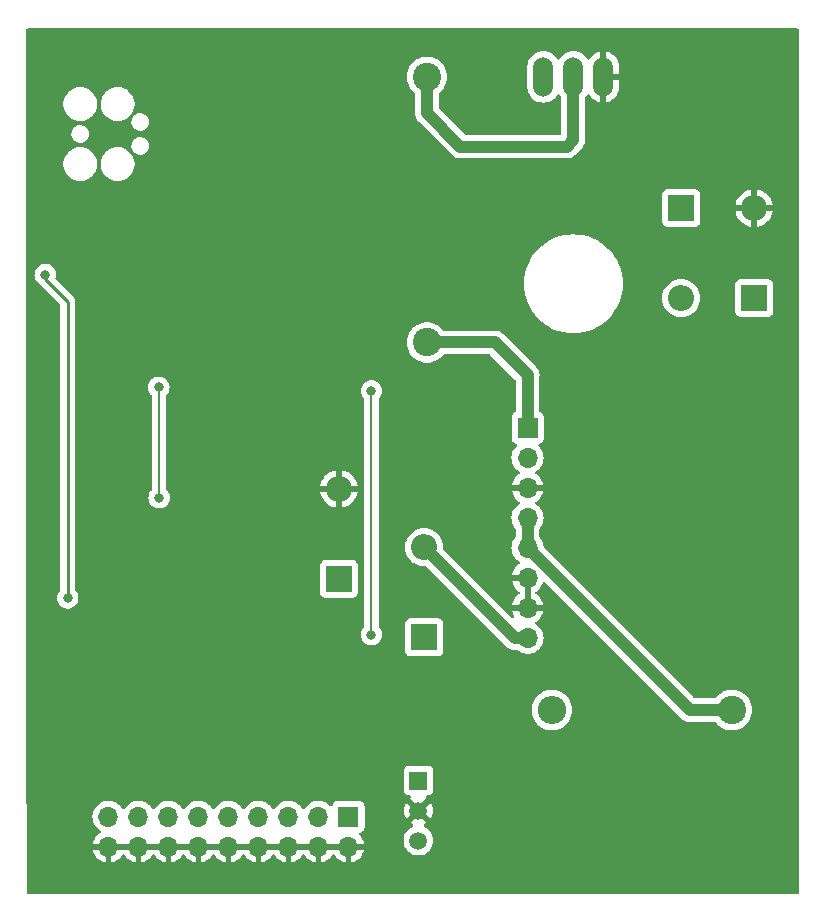
<source format=gbl>
G04 #@! TF.GenerationSoftware,KiCad,Pcbnew,(7.0.0-0)*
G04 #@! TF.CreationDate,2023-03-22T08:14:14+00:00*
G04 #@! TF.ProjectId,ESP_AC_CDI_1,4553505f-4143-45f4-9344-495f312e6b69,rev?*
G04 #@! TF.SameCoordinates,Original*
G04 #@! TF.FileFunction,Copper,L2,Bot*
G04 #@! TF.FilePolarity,Positive*
%FSLAX46Y46*%
G04 Gerber Fmt 4.6, Leading zero omitted, Abs format (unit mm)*
G04 Created by KiCad (PCBNEW (7.0.0-0)) date 2023-03-22 08:14:14*
%MOMM*%
%LPD*%
G01*
G04 APERTURE LIST*
G04 #@! TA.AperFunction,ComponentPad*
%ADD10O,2.200000X2.200000*%
G04 #@! TD*
G04 #@! TA.AperFunction,ComponentPad*
%ADD11R,2.200000X2.200000*%
G04 #@! TD*
G04 #@! TA.AperFunction,ComponentPad*
%ADD12C,1.498600*%
G04 #@! TD*
G04 #@! TA.AperFunction,ComponentPad*
%ADD13R,1.498600X1.498600*%
G04 #@! TD*
G04 #@! TA.AperFunction,ComponentPad*
%ADD14O,1.676400X3.352800*%
G04 #@! TD*
G04 #@! TA.AperFunction,ComponentPad*
%ADD15C,2.400000*%
G04 #@! TD*
G04 #@! TA.AperFunction,ComponentPad*
%ADD16R,1.700000X1.700000*%
G04 #@! TD*
G04 #@! TA.AperFunction,ComponentPad*
%ADD17O,1.700000X1.700000*%
G04 #@! TD*
G04 #@! TA.AperFunction,ComponentPad*
%ADD18O,2.400000X2.400000*%
G04 #@! TD*
G04 #@! TA.AperFunction,ViaPad*
%ADD19C,0.800000*%
G04 #@! TD*
G04 #@! TA.AperFunction,Conductor*
%ADD20C,0.250000*%
G04 #@! TD*
G04 #@! TA.AperFunction,Conductor*
%ADD21C,1.000000*%
G04 #@! TD*
G04 #@! TA.AperFunction,Conductor*
%ADD22C,0.200000*%
G04 #@! TD*
G04 APERTURE END LIST*
D10*
X226609999Y-94609999D03*
D11*
X226609999Y-102229999D03*
X220429999Y-94609999D03*
D10*
X220429999Y-102229999D03*
D11*
X191439999Y-125999999D03*
D10*
X191439999Y-118379999D03*
D11*
X198669999Y-130949999D03*
D10*
X198669999Y-123329999D03*
D12*
X198175000Y-148165000D03*
X198175000Y-145625000D03*
D13*
X198174999Y-143084999D03*
D14*
X211289999Y-83499999D03*
X213829999Y-83499999D03*
X208749999Y-83499999D03*
D15*
X198900000Y-83490000D03*
X198900000Y-105990000D03*
D16*
X192249999Y-146134999D03*
D17*
X192249999Y-148674999D03*
X189709999Y-146134999D03*
X189709999Y-148674999D03*
X187169999Y-146134999D03*
X187169999Y-148674999D03*
X184629999Y-146134999D03*
X184629999Y-148674999D03*
X182089999Y-146134999D03*
X182089999Y-148674999D03*
X179549999Y-146134999D03*
X179549999Y-148674999D03*
X177009999Y-146134999D03*
X177009999Y-148674999D03*
X174469999Y-146134999D03*
X174469999Y-148674999D03*
X171929999Y-146134999D03*
X171929999Y-148674999D03*
D15*
X224710000Y-137110000D03*
D18*
X209469999Y-137109999D03*
D16*
X207414999Y-113214999D03*
D17*
X207414999Y-115754999D03*
X207414999Y-118294999D03*
X207414999Y-120834999D03*
X207414999Y-123374999D03*
X207414999Y-125914999D03*
X207414999Y-128454999D03*
X207414999Y-130994999D03*
D19*
X175520000Y-84940000D03*
X170480000Y-97770000D03*
X166580000Y-100250000D03*
X166540000Y-112250000D03*
X208410000Y-141470000D03*
X204270000Y-95120000D03*
X204360000Y-81200000D03*
X194200000Y-130725000D03*
X168475000Y-127625000D03*
X176185000Y-109790000D03*
X176225000Y-119125000D03*
X174270000Y-135700000D03*
X194200000Y-110100000D03*
X166810000Y-136350000D03*
X178780000Y-124600000D03*
X202040000Y-133260000D03*
X189070000Y-130670000D03*
D20*
X166580000Y-100650000D02*
X166580000Y-100250000D01*
X168475000Y-102545000D02*
X166580000Y-100650000D01*
X168475000Y-127625000D02*
X168475000Y-102545000D01*
D21*
X198670000Y-123330000D02*
X206335000Y-130995000D01*
X206335000Y-130995000D02*
X207415000Y-130995000D01*
X211290000Y-83500000D02*
X211290000Y-88840000D01*
X211290000Y-88840000D02*
X210730000Y-89400000D01*
X210730000Y-89400000D02*
X201730000Y-89400000D01*
X201730000Y-89400000D02*
X198900000Y-86570000D01*
X198900000Y-86570000D02*
X198900000Y-83490000D01*
X207415000Y-108775000D02*
X204630000Y-105990000D01*
X204630000Y-105990000D02*
X198900000Y-105990000D01*
X207415000Y-123375000D02*
X221150000Y-137110000D01*
X221150000Y-137110000D02*
X224710000Y-137110000D01*
D22*
X176225000Y-119125000D02*
X176225000Y-109830000D01*
X176225000Y-109830000D02*
X176185000Y-109790000D01*
X194200000Y-110100000D02*
X194200000Y-130725000D01*
X176310000Y-109790000D02*
X176185000Y-109790000D01*
D21*
X207415000Y-108775000D02*
X207415000Y-113215000D01*
X207415000Y-123375000D02*
X207415000Y-120835000D01*
X207415000Y-128455000D02*
X207415000Y-128675000D01*
X207415000Y-128675000D02*
X207540000Y-128800000D01*
G04 #@! TA.AperFunction,Conductor*
G36*
X230266057Y-79399961D02*
G01*
X230328033Y-79416584D01*
X230373404Y-79461962D01*
X230390016Y-79523944D01*
X230399983Y-152575983D01*
X230383376Y-152637990D01*
X230337988Y-152683384D01*
X230275983Y-152700000D01*
X165123848Y-152700000D01*
X165061892Y-152683413D01*
X165016512Y-152638088D01*
X164999848Y-152576152D01*
X164995364Y-148927551D01*
X170602688Y-148927551D01*
X170603056Y-148938780D01*
X170655168Y-149133263D01*
X170658856Y-149143397D01*
X170754113Y-149347676D01*
X170759501Y-149357008D01*
X170888784Y-149541643D01*
X170895721Y-149549909D01*
X171055090Y-149709278D01*
X171063356Y-149716215D01*
X171247991Y-149845498D01*
X171257323Y-149850886D01*
X171461602Y-149946143D01*
X171471736Y-149949831D01*
X171666219Y-150001943D01*
X171677448Y-150002311D01*
X171680000Y-149991369D01*
X172180000Y-149991369D01*
X172182551Y-150002311D01*
X172193780Y-150001943D01*
X172388263Y-149949831D01*
X172398397Y-149946143D01*
X172602676Y-149850886D01*
X172612008Y-149845498D01*
X172796643Y-149716215D01*
X172804909Y-149709278D01*
X172964278Y-149549909D01*
X172971215Y-149541643D01*
X173098425Y-149359969D01*
X173142743Y-149321104D01*
X173200000Y-149307093D01*
X173257257Y-149321104D01*
X173301575Y-149359969D01*
X173428784Y-149541643D01*
X173435721Y-149549909D01*
X173595090Y-149709278D01*
X173603356Y-149716215D01*
X173787991Y-149845498D01*
X173797323Y-149850886D01*
X174001602Y-149946143D01*
X174011736Y-149949831D01*
X174206219Y-150001943D01*
X174217448Y-150002311D01*
X174220000Y-149991369D01*
X174720000Y-149991369D01*
X174722551Y-150002311D01*
X174733780Y-150001943D01*
X174928263Y-149949831D01*
X174938397Y-149946143D01*
X175142676Y-149850886D01*
X175152008Y-149845498D01*
X175336643Y-149716215D01*
X175344909Y-149709278D01*
X175504278Y-149549909D01*
X175511215Y-149541643D01*
X175638425Y-149359969D01*
X175682743Y-149321104D01*
X175740000Y-149307093D01*
X175797257Y-149321104D01*
X175841575Y-149359969D01*
X175968784Y-149541643D01*
X175975721Y-149549909D01*
X176135090Y-149709278D01*
X176143356Y-149716215D01*
X176327991Y-149845498D01*
X176337323Y-149850886D01*
X176541602Y-149946143D01*
X176551736Y-149949831D01*
X176746219Y-150001943D01*
X176757448Y-150002311D01*
X176760000Y-149991369D01*
X177260000Y-149991369D01*
X177262551Y-150002311D01*
X177273780Y-150001943D01*
X177468263Y-149949831D01*
X177478397Y-149946143D01*
X177682676Y-149850886D01*
X177692008Y-149845498D01*
X177876643Y-149716215D01*
X177884909Y-149709278D01*
X178044278Y-149549909D01*
X178051215Y-149541643D01*
X178178425Y-149359969D01*
X178222743Y-149321104D01*
X178280000Y-149307093D01*
X178337257Y-149321104D01*
X178381575Y-149359969D01*
X178508784Y-149541643D01*
X178515721Y-149549909D01*
X178675090Y-149709278D01*
X178683356Y-149716215D01*
X178867991Y-149845498D01*
X178877323Y-149850886D01*
X179081602Y-149946143D01*
X179091736Y-149949831D01*
X179286219Y-150001943D01*
X179297448Y-150002311D01*
X179300000Y-149991369D01*
X179800000Y-149991369D01*
X179802551Y-150002311D01*
X179813780Y-150001943D01*
X180008263Y-149949831D01*
X180018397Y-149946143D01*
X180222676Y-149850886D01*
X180232008Y-149845498D01*
X180416643Y-149716215D01*
X180424909Y-149709278D01*
X180584278Y-149549909D01*
X180591215Y-149541643D01*
X180718425Y-149359969D01*
X180762743Y-149321104D01*
X180820000Y-149307093D01*
X180877257Y-149321104D01*
X180921575Y-149359969D01*
X181048784Y-149541643D01*
X181055721Y-149549909D01*
X181215090Y-149709278D01*
X181223356Y-149716215D01*
X181407991Y-149845498D01*
X181417323Y-149850886D01*
X181621602Y-149946143D01*
X181631736Y-149949831D01*
X181826219Y-150001943D01*
X181837448Y-150002311D01*
X181840000Y-149991369D01*
X182340000Y-149991369D01*
X182342551Y-150002311D01*
X182353780Y-150001943D01*
X182548263Y-149949831D01*
X182558397Y-149946143D01*
X182762676Y-149850886D01*
X182772008Y-149845498D01*
X182956643Y-149716215D01*
X182964909Y-149709278D01*
X183124278Y-149549909D01*
X183131215Y-149541643D01*
X183258425Y-149359969D01*
X183302743Y-149321104D01*
X183360000Y-149307093D01*
X183417257Y-149321104D01*
X183461575Y-149359969D01*
X183588784Y-149541643D01*
X183595721Y-149549909D01*
X183755090Y-149709278D01*
X183763356Y-149716215D01*
X183947991Y-149845498D01*
X183957323Y-149850886D01*
X184161602Y-149946143D01*
X184171736Y-149949831D01*
X184366219Y-150001943D01*
X184377448Y-150002311D01*
X184380000Y-149991369D01*
X184880000Y-149991369D01*
X184882551Y-150002311D01*
X184893780Y-150001943D01*
X185088263Y-149949831D01*
X185098397Y-149946143D01*
X185302676Y-149850886D01*
X185312008Y-149845498D01*
X185496643Y-149716215D01*
X185504909Y-149709278D01*
X185664278Y-149549909D01*
X185671215Y-149541643D01*
X185798425Y-149359969D01*
X185842743Y-149321104D01*
X185900000Y-149307093D01*
X185957257Y-149321104D01*
X186001575Y-149359969D01*
X186128784Y-149541643D01*
X186135721Y-149549909D01*
X186295090Y-149709278D01*
X186303356Y-149716215D01*
X186487991Y-149845498D01*
X186497323Y-149850886D01*
X186701602Y-149946143D01*
X186711736Y-149949831D01*
X186906219Y-150001943D01*
X186917448Y-150002311D01*
X186920000Y-149991369D01*
X187420000Y-149991369D01*
X187422551Y-150002311D01*
X187433780Y-150001943D01*
X187628263Y-149949831D01*
X187638397Y-149946143D01*
X187842676Y-149850886D01*
X187852008Y-149845498D01*
X188036643Y-149716215D01*
X188044909Y-149709278D01*
X188204278Y-149549909D01*
X188211215Y-149541643D01*
X188338425Y-149359969D01*
X188382743Y-149321104D01*
X188440000Y-149307093D01*
X188497257Y-149321104D01*
X188541575Y-149359969D01*
X188668784Y-149541643D01*
X188675721Y-149549909D01*
X188835090Y-149709278D01*
X188843356Y-149716215D01*
X189027991Y-149845498D01*
X189037323Y-149850886D01*
X189241602Y-149946143D01*
X189251736Y-149949831D01*
X189446219Y-150001943D01*
X189457448Y-150002311D01*
X189460000Y-149991369D01*
X189960000Y-149991369D01*
X189962551Y-150002311D01*
X189973780Y-150001943D01*
X190168263Y-149949831D01*
X190178397Y-149946143D01*
X190382676Y-149850886D01*
X190392008Y-149845498D01*
X190576643Y-149716215D01*
X190584909Y-149709278D01*
X190744278Y-149549909D01*
X190751215Y-149541643D01*
X190878425Y-149359969D01*
X190922743Y-149321104D01*
X190980000Y-149307093D01*
X191037257Y-149321104D01*
X191081575Y-149359969D01*
X191208784Y-149541643D01*
X191215721Y-149549909D01*
X191375090Y-149709278D01*
X191383356Y-149716215D01*
X191567991Y-149845498D01*
X191577323Y-149850886D01*
X191781602Y-149946143D01*
X191791736Y-149949831D01*
X191986219Y-150001943D01*
X191997448Y-150002311D01*
X192000000Y-149991369D01*
X192500000Y-149991369D01*
X192502551Y-150002311D01*
X192513780Y-150001943D01*
X192708263Y-149949831D01*
X192718397Y-149946143D01*
X192922676Y-149850886D01*
X192932008Y-149845498D01*
X193116643Y-149716215D01*
X193124909Y-149709278D01*
X193284278Y-149549909D01*
X193291215Y-149541643D01*
X193420498Y-149357008D01*
X193425886Y-149347676D01*
X193521143Y-149143397D01*
X193524831Y-149133263D01*
X193576943Y-148938780D01*
X193577311Y-148927551D01*
X193566369Y-148925000D01*
X192516326Y-148925000D01*
X192503450Y-148928450D01*
X192500000Y-148941326D01*
X192500000Y-149991369D01*
X192000000Y-149991369D01*
X192000000Y-148941326D01*
X191996549Y-148928450D01*
X191983674Y-148925000D01*
X189976326Y-148925000D01*
X189963450Y-148928450D01*
X189960000Y-148941326D01*
X189960000Y-149991369D01*
X189460000Y-149991369D01*
X189460000Y-148941326D01*
X189456549Y-148928450D01*
X189443674Y-148925000D01*
X187436326Y-148925000D01*
X187423450Y-148928450D01*
X187420000Y-148941326D01*
X187420000Y-149991369D01*
X186920000Y-149991369D01*
X186920000Y-148941326D01*
X186916549Y-148928450D01*
X186903674Y-148925000D01*
X184896326Y-148925000D01*
X184883450Y-148928450D01*
X184880000Y-148941326D01*
X184880000Y-149991369D01*
X184380000Y-149991369D01*
X184380000Y-148941326D01*
X184376549Y-148928450D01*
X184363674Y-148925000D01*
X182356326Y-148925000D01*
X182343450Y-148928450D01*
X182340000Y-148941326D01*
X182340000Y-149991369D01*
X181840000Y-149991369D01*
X181840000Y-148941326D01*
X181836549Y-148928450D01*
X181823674Y-148925000D01*
X179816326Y-148925000D01*
X179803450Y-148928450D01*
X179800000Y-148941326D01*
X179800000Y-149991369D01*
X179300000Y-149991369D01*
X179300000Y-148941326D01*
X179296549Y-148928450D01*
X179283674Y-148925000D01*
X177276326Y-148925000D01*
X177263450Y-148928450D01*
X177260000Y-148941326D01*
X177260000Y-149991369D01*
X176760000Y-149991369D01*
X176760000Y-148941326D01*
X176756549Y-148928450D01*
X176743674Y-148925000D01*
X174736326Y-148925000D01*
X174723450Y-148928450D01*
X174720000Y-148941326D01*
X174720000Y-149991369D01*
X174220000Y-149991369D01*
X174220000Y-148941326D01*
X174216549Y-148928450D01*
X174203674Y-148925000D01*
X172196326Y-148925000D01*
X172183450Y-148928450D01*
X172180000Y-148941326D01*
X172180000Y-149991369D01*
X171680000Y-149991369D01*
X171680000Y-148941326D01*
X171676549Y-148928450D01*
X171663674Y-148925000D01*
X170613631Y-148925000D01*
X170602688Y-148927551D01*
X164995364Y-148927551D01*
X164991932Y-146135000D01*
X170566844Y-146135000D01*
X170567268Y-146140117D01*
X170585011Y-146354248D01*
X170585012Y-146354256D01*
X170585436Y-146359368D01*
X170586693Y-146364335D01*
X170586695Y-146364342D01*
X170639445Y-146572645D01*
X170640704Y-146577616D01*
X170642764Y-146582312D01*
X170729080Y-146779096D01*
X170729083Y-146779101D01*
X170731140Y-146783791D01*
X170736870Y-146792561D01*
X170851474Y-146967977D01*
X170851477Y-146967981D01*
X170854278Y-146972268D01*
X170857752Y-146976041D01*
X170857753Y-146976043D01*
X171003288Y-147134135D01*
X171003291Y-147134138D01*
X171006760Y-147137906D01*
X171010801Y-147141051D01*
X171180376Y-147273039D01*
X171180381Y-147273042D01*
X171184424Y-147276189D01*
X171227691Y-147299604D01*
X171227695Y-147299606D01*
X171273335Y-147342155D01*
X171292475Y-147401545D01*
X171280267Y-147462737D01*
X171239803Y-147510236D01*
X171063352Y-147633788D01*
X171055092Y-147640719D01*
X170895719Y-147800092D01*
X170888784Y-147808357D01*
X170759508Y-147992982D01*
X170754110Y-148002332D01*
X170658856Y-148206602D01*
X170655168Y-148216736D01*
X170603056Y-148411219D01*
X170602688Y-148422448D01*
X170613631Y-148425000D01*
X193566369Y-148425000D01*
X193577311Y-148422448D01*
X193576943Y-148411219D01*
X193524831Y-148216736D01*
X193521143Y-148206602D01*
X193501743Y-148165000D01*
X196912395Y-148165000D01*
X196931577Y-148384249D01*
X196932977Y-148389473D01*
X196987136Y-148591603D01*
X196987139Y-148591611D01*
X196988539Y-148596836D01*
X197081552Y-148796303D01*
X197207788Y-148976587D01*
X197363413Y-149132212D01*
X197543697Y-149258448D01*
X197743164Y-149351461D01*
X197955751Y-149408423D01*
X198175000Y-149427605D01*
X198394249Y-149408423D01*
X198606836Y-149351461D01*
X198806303Y-149258448D01*
X198986587Y-149132212D01*
X199142212Y-148976587D01*
X199268448Y-148796303D01*
X199361461Y-148596836D01*
X199418423Y-148384249D01*
X199437605Y-148165000D01*
X199418423Y-147945751D01*
X199361461Y-147733164D01*
X199268448Y-147533698D01*
X199142212Y-147353413D01*
X198986587Y-147197788D01*
X198905558Y-147141051D01*
X198810742Y-147074660D01*
X198810740Y-147074658D01*
X198806303Y-147071552D01*
X198658631Y-147002691D01*
X198606456Y-146956935D01*
X198587037Y-146890310D01*
X198606457Y-146823685D01*
X198658633Y-146777928D01*
X198797129Y-146713346D01*
X198806465Y-146707956D01*
X198852947Y-146675409D01*
X198860378Y-146667300D01*
X198854464Y-146658017D01*
X198186542Y-145990095D01*
X198174999Y-145983431D01*
X198163457Y-145990095D01*
X197495531Y-146658020D01*
X197489620Y-146667298D01*
X197497054Y-146675411D01*
X197543524Y-146707949D01*
X197552874Y-146713347D01*
X197691367Y-146777928D01*
X197743542Y-146823685D01*
X197762962Y-146890310D01*
X197743543Y-146956935D01*
X197691367Y-147002692D01*
X197548608Y-147069261D01*
X197548595Y-147069268D01*
X197543698Y-147071552D01*
X197539265Y-147074655D01*
X197539258Y-147074660D01*
X197367848Y-147194682D01*
X197367843Y-147194685D01*
X197363413Y-147197788D01*
X197359589Y-147201611D01*
X197359583Y-147201617D01*
X197211617Y-147349583D01*
X197211611Y-147349589D01*
X197207788Y-147353413D01*
X197204685Y-147357843D01*
X197204682Y-147357848D01*
X197084660Y-147529258D01*
X197084655Y-147529265D01*
X197081552Y-147533698D01*
X197079264Y-147538604D01*
X197079262Y-147538608D01*
X196990828Y-147728254D01*
X196990825Y-147728259D01*
X196988539Y-147733164D01*
X196987140Y-147738384D01*
X196987136Y-147738396D01*
X196968391Y-147808357D01*
X196931577Y-147945751D01*
X196931105Y-147951136D01*
X196931105Y-147951141D01*
X196923077Y-148042908D01*
X196912395Y-148165000D01*
X193501743Y-148165000D01*
X193425889Y-148002332D01*
X193420491Y-147992982D01*
X193291215Y-147808357D01*
X193284280Y-147800092D01*
X193172272Y-147688084D01*
X193140976Y-147635338D01*
X193138787Y-147574045D01*
X193166240Y-147519200D01*
X193216617Y-147484222D01*
X193346204Y-147435889D01*
X193463261Y-147348261D01*
X193550889Y-147231204D01*
X193601989Y-147094201D01*
X193608500Y-147033638D01*
X193608500Y-145630395D01*
X196921400Y-145630395D01*
X196939507Y-145837368D01*
X196941381Y-145847999D01*
X196995157Y-146048690D01*
X196998845Y-146058824D01*
X197086653Y-146247127D01*
X197092047Y-146256471D01*
X197124587Y-146302944D01*
X197132700Y-146310378D01*
X197141978Y-146304467D01*
X197809904Y-145636542D01*
X197816568Y-145625000D01*
X198533431Y-145625000D01*
X198540095Y-145636542D01*
X199208017Y-146304464D01*
X199217300Y-146310378D01*
X199225409Y-146302947D01*
X199257956Y-146256465D01*
X199263344Y-146247133D01*
X199351154Y-146058824D01*
X199354842Y-146048690D01*
X199408618Y-145847999D01*
X199410492Y-145837368D01*
X199428600Y-145630395D01*
X199428600Y-145619605D01*
X199410492Y-145412631D01*
X199408618Y-145402000D01*
X199354842Y-145201309D01*
X199351154Y-145191175D01*
X199263347Y-145002874D01*
X199257949Y-144993524D01*
X199225411Y-144947054D01*
X199217298Y-144939620D01*
X199208020Y-144945531D01*
X198540095Y-145613457D01*
X198533431Y-145625000D01*
X197816568Y-145625000D01*
X197809904Y-145613457D01*
X197141978Y-144945531D01*
X197132699Y-144939620D01*
X197124588Y-144947052D01*
X197092048Y-144993527D01*
X197086653Y-145002872D01*
X196998845Y-145191175D01*
X196995157Y-145201309D01*
X196941381Y-145402000D01*
X196939507Y-145412631D01*
X196921400Y-145619605D01*
X196921400Y-145630395D01*
X193608500Y-145630395D01*
X193608500Y-145236362D01*
X193601989Y-145175799D01*
X193550889Y-145038796D01*
X193463261Y-144921739D01*
X193416398Y-144886658D01*
X193353304Y-144839426D01*
X193353303Y-144839425D01*
X193346204Y-144834111D01*
X193337896Y-144831012D01*
X193337894Y-144831011D01*
X193216463Y-144785719D01*
X193216458Y-144785717D01*
X193209201Y-144783011D01*
X193201497Y-144782182D01*
X193201494Y-144782182D01*
X193151924Y-144776853D01*
X193151918Y-144776852D01*
X193148638Y-144776500D01*
X191351362Y-144776500D01*
X191348082Y-144776852D01*
X191348075Y-144776853D01*
X191298505Y-144782182D01*
X191298500Y-144782182D01*
X191290799Y-144783011D01*
X191283543Y-144785717D01*
X191283536Y-144785719D01*
X191162105Y-144831011D01*
X191162099Y-144831013D01*
X191153796Y-144834111D01*
X191146698Y-144839423D01*
X191146695Y-144839426D01*
X191043835Y-144916426D01*
X191043831Y-144916429D01*
X191036739Y-144921739D01*
X191031429Y-144928831D01*
X191031426Y-144928835D01*
X190954426Y-145031695D01*
X190954423Y-145031698D01*
X190949111Y-145038796D01*
X190946013Y-145047101D01*
X190946009Y-145047109D01*
X190903861Y-145160111D01*
X190867909Y-145211324D01*
X190811528Y-145238461D01*
X190749074Y-145234613D01*
X190696451Y-145200759D01*
X190636711Y-145135864D01*
X190636708Y-145135861D01*
X190633240Y-145132094D01*
X190524053Y-145047109D01*
X190459623Y-144996960D01*
X190459615Y-144996955D01*
X190455576Y-144993811D01*
X190451071Y-144991373D01*
X190451065Y-144991369D01*
X190262080Y-144889096D01*
X190262074Y-144889093D01*
X190257574Y-144886658D01*
X190252733Y-144884996D01*
X190252726Y-144884993D01*
X190049488Y-144815222D01*
X190049487Y-144815221D01*
X190044635Y-144813556D01*
X190039585Y-144812713D01*
X190039576Y-144812711D01*
X189827631Y-144777344D01*
X189827622Y-144777343D01*
X189822569Y-144776500D01*
X189597431Y-144776500D01*
X189592378Y-144777343D01*
X189592368Y-144777344D01*
X189380423Y-144812711D01*
X189380411Y-144812713D01*
X189375365Y-144813556D01*
X189370515Y-144815220D01*
X189370511Y-144815222D01*
X189167273Y-144884993D01*
X189167262Y-144884997D01*
X189162426Y-144886658D01*
X189157929Y-144889091D01*
X189157919Y-144889096D01*
X188968934Y-144991369D01*
X188968922Y-144991376D01*
X188964424Y-144993811D01*
X188960389Y-144996951D01*
X188960376Y-144996960D01*
X188790801Y-145128948D01*
X188790795Y-145128952D01*
X188786760Y-145132094D01*
X188783297Y-145135855D01*
X188783288Y-145135864D01*
X188637753Y-145293956D01*
X188637747Y-145293963D01*
X188634278Y-145297732D01*
X188631481Y-145302012D01*
X188631474Y-145302022D01*
X188543809Y-145436205D01*
X188499017Y-145477438D01*
X188440000Y-145492383D01*
X188380983Y-145477438D01*
X188336191Y-145436205D01*
X188248525Y-145302022D01*
X188248523Y-145302020D01*
X188245722Y-145297732D01*
X188210899Y-145259904D01*
X188096711Y-145135864D01*
X188096708Y-145135861D01*
X188093240Y-145132094D01*
X187984053Y-145047109D01*
X187919623Y-144996960D01*
X187919615Y-144996955D01*
X187915576Y-144993811D01*
X187911071Y-144991373D01*
X187911065Y-144991369D01*
X187722080Y-144889096D01*
X187722074Y-144889093D01*
X187717574Y-144886658D01*
X187712733Y-144884996D01*
X187712726Y-144884993D01*
X187509488Y-144815222D01*
X187509487Y-144815221D01*
X187504635Y-144813556D01*
X187499585Y-144812713D01*
X187499576Y-144812711D01*
X187287631Y-144777344D01*
X187287622Y-144777343D01*
X187282569Y-144776500D01*
X187057431Y-144776500D01*
X187052378Y-144777343D01*
X187052368Y-144777344D01*
X186840423Y-144812711D01*
X186840411Y-144812713D01*
X186835365Y-144813556D01*
X186830515Y-144815220D01*
X186830511Y-144815222D01*
X186627273Y-144884993D01*
X186627262Y-144884997D01*
X186622426Y-144886658D01*
X186617929Y-144889091D01*
X186617919Y-144889096D01*
X186428934Y-144991369D01*
X186428922Y-144991376D01*
X186424424Y-144993811D01*
X186420389Y-144996951D01*
X186420376Y-144996960D01*
X186250801Y-145128948D01*
X186250795Y-145128952D01*
X186246760Y-145132094D01*
X186243297Y-145135855D01*
X186243288Y-145135864D01*
X186097753Y-145293956D01*
X186097747Y-145293963D01*
X186094278Y-145297732D01*
X186091481Y-145302012D01*
X186091474Y-145302022D01*
X186003809Y-145436205D01*
X185959017Y-145477438D01*
X185900000Y-145492383D01*
X185840983Y-145477438D01*
X185796191Y-145436205D01*
X185708525Y-145302022D01*
X185708523Y-145302020D01*
X185705722Y-145297732D01*
X185670899Y-145259904D01*
X185556711Y-145135864D01*
X185556708Y-145135861D01*
X185553240Y-145132094D01*
X185444053Y-145047109D01*
X185379623Y-144996960D01*
X185379615Y-144996955D01*
X185375576Y-144993811D01*
X185371071Y-144991373D01*
X185371065Y-144991369D01*
X185182080Y-144889096D01*
X185182074Y-144889093D01*
X185177574Y-144886658D01*
X185172733Y-144884996D01*
X185172726Y-144884993D01*
X184969488Y-144815222D01*
X184969487Y-144815221D01*
X184964635Y-144813556D01*
X184959585Y-144812713D01*
X184959576Y-144812711D01*
X184747631Y-144777344D01*
X184747622Y-144777343D01*
X184742569Y-144776500D01*
X184517431Y-144776500D01*
X184512378Y-144777343D01*
X184512368Y-144777344D01*
X184300423Y-144812711D01*
X184300411Y-144812713D01*
X184295365Y-144813556D01*
X184290515Y-144815220D01*
X184290511Y-144815222D01*
X184087273Y-144884993D01*
X184087262Y-144884997D01*
X184082426Y-144886658D01*
X184077929Y-144889091D01*
X184077919Y-144889096D01*
X183888934Y-144991369D01*
X183888922Y-144991376D01*
X183884424Y-144993811D01*
X183880389Y-144996951D01*
X183880376Y-144996960D01*
X183710801Y-145128948D01*
X183710795Y-145128952D01*
X183706760Y-145132094D01*
X183703297Y-145135855D01*
X183703288Y-145135864D01*
X183557753Y-145293956D01*
X183557747Y-145293963D01*
X183554278Y-145297732D01*
X183551481Y-145302012D01*
X183551474Y-145302022D01*
X183463809Y-145436205D01*
X183419017Y-145477438D01*
X183360000Y-145492383D01*
X183300983Y-145477438D01*
X183256191Y-145436205D01*
X183168525Y-145302022D01*
X183168523Y-145302020D01*
X183165722Y-145297732D01*
X183130899Y-145259904D01*
X183016711Y-145135864D01*
X183016708Y-145135861D01*
X183013240Y-145132094D01*
X182904053Y-145047109D01*
X182839623Y-144996960D01*
X182839615Y-144996955D01*
X182835576Y-144993811D01*
X182831071Y-144991373D01*
X182831065Y-144991369D01*
X182642080Y-144889096D01*
X182642074Y-144889093D01*
X182637574Y-144886658D01*
X182632733Y-144884996D01*
X182632726Y-144884993D01*
X182429488Y-144815222D01*
X182429487Y-144815221D01*
X182424635Y-144813556D01*
X182419585Y-144812713D01*
X182419576Y-144812711D01*
X182207631Y-144777344D01*
X182207622Y-144777343D01*
X182202569Y-144776500D01*
X181977431Y-144776500D01*
X181972378Y-144777343D01*
X181972368Y-144777344D01*
X181760423Y-144812711D01*
X181760411Y-144812713D01*
X181755365Y-144813556D01*
X181750515Y-144815220D01*
X181750511Y-144815222D01*
X181547273Y-144884993D01*
X181547262Y-144884997D01*
X181542426Y-144886658D01*
X181537929Y-144889091D01*
X181537919Y-144889096D01*
X181348934Y-144991369D01*
X181348922Y-144991376D01*
X181344424Y-144993811D01*
X181340389Y-144996951D01*
X181340376Y-144996960D01*
X181170801Y-145128948D01*
X181170795Y-145128952D01*
X181166760Y-145132094D01*
X181163297Y-145135855D01*
X181163288Y-145135864D01*
X181017753Y-145293956D01*
X181017747Y-145293963D01*
X181014278Y-145297732D01*
X181011481Y-145302012D01*
X181011474Y-145302022D01*
X180923809Y-145436205D01*
X180879017Y-145477438D01*
X180820000Y-145492383D01*
X180760983Y-145477438D01*
X180716191Y-145436205D01*
X180628525Y-145302022D01*
X180628523Y-145302020D01*
X180625722Y-145297732D01*
X180590899Y-145259904D01*
X180476711Y-145135864D01*
X180476708Y-145135861D01*
X180473240Y-145132094D01*
X180364053Y-145047109D01*
X180299623Y-144996960D01*
X180299615Y-144996955D01*
X180295576Y-144993811D01*
X180291071Y-144991373D01*
X180291065Y-144991369D01*
X180102080Y-144889096D01*
X180102074Y-144889093D01*
X180097574Y-144886658D01*
X180092733Y-144884996D01*
X180092726Y-144884993D01*
X179889488Y-144815222D01*
X179889487Y-144815221D01*
X179884635Y-144813556D01*
X179879585Y-144812713D01*
X179879576Y-144812711D01*
X179667631Y-144777344D01*
X179667622Y-144777343D01*
X179662569Y-144776500D01*
X179437431Y-144776500D01*
X179432378Y-144777343D01*
X179432368Y-144777344D01*
X179220423Y-144812711D01*
X179220411Y-144812713D01*
X179215365Y-144813556D01*
X179210515Y-144815220D01*
X179210511Y-144815222D01*
X179007273Y-144884993D01*
X179007262Y-144884997D01*
X179002426Y-144886658D01*
X178997929Y-144889091D01*
X178997919Y-144889096D01*
X178808934Y-144991369D01*
X178808922Y-144991376D01*
X178804424Y-144993811D01*
X178800389Y-144996951D01*
X178800376Y-144996960D01*
X178630801Y-145128948D01*
X178630795Y-145128952D01*
X178626760Y-145132094D01*
X178623297Y-145135855D01*
X178623288Y-145135864D01*
X178477753Y-145293956D01*
X178477747Y-145293963D01*
X178474278Y-145297732D01*
X178471481Y-145302012D01*
X178471474Y-145302022D01*
X178383809Y-145436205D01*
X178339017Y-145477438D01*
X178280000Y-145492383D01*
X178220983Y-145477438D01*
X178176191Y-145436205D01*
X178088525Y-145302022D01*
X178088523Y-145302020D01*
X178085722Y-145297732D01*
X178050899Y-145259904D01*
X177936711Y-145135864D01*
X177936708Y-145135861D01*
X177933240Y-145132094D01*
X177824053Y-145047109D01*
X177759623Y-144996960D01*
X177759615Y-144996955D01*
X177755576Y-144993811D01*
X177751071Y-144991373D01*
X177751065Y-144991369D01*
X177562080Y-144889096D01*
X177562074Y-144889093D01*
X177557574Y-144886658D01*
X177552733Y-144884996D01*
X177552726Y-144884993D01*
X177349488Y-144815222D01*
X177349487Y-144815221D01*
X177344635Y-144813556D01*
X177339585Y-144812713D01*
X177339576Y-144812711D01*
X177127631Y-144777344D01*
X177127622Y-144777343D01*
X177122569Y-144776500D01*
X176897431Y-144776500D01*
X176892378Y-144777343D01*
X176892368Y-144777344D01*
X176680423Y-144812711D01*
X176680411Y-144812713D01*
X176675365Y-144813556D01*
X176670515Y-144815220D01*
X176670511Y-144815222D01*
X176467273Y-144884993D01*
X176467262Y-144884997D01*
X176462426Y-144886658D01*
X176457929Y-144889091D01*
X176457919Y-144889096D01*
X176268934Y-144991369D01*
X176268922Y-144991376D01*
X176264424Y-144993811D01*
X176260389Y-144996951D01*
X176260376Y-144996960D01*
X176090801Y-145128948D01*
X176090795Y-145128952D01*
X176086760Y-145132094D01*
X176083297Y-145135855D01*
X176083288Y-145135864D01*
X175937753Y-145293956D01*
X175937747Y-145293963D01*
X175934278Y-145297732D01*
X175931481Y-145302012D01*
X175931474Y-145302022D01*
X175843809Y-145436205D01*
X175799017Y-145477438D01*
X175740000Y-145492383D01*
X175680983Y-145477438D01*
X175636191Y-145436205D01*
X175548525Y-145302022D01*
X175548523Y-145302020D01*
X175545722Y-145297732D01*
X175510899Y-145259904D01*
X175396711Y-145135864D01*
X175396708Y-145135861D01*
X175393240Y-145132094D01*
X175284053Y-145047109D01*
X175219623Y-144996960D01*
X175219615Y-144996955D01*
X175215576Y-144993811D01*
X175211071Y-144991373D01*
X175211065Y-144991369D01*
X175022080Y-144889096D01*
X175022074Y-144889093D01*
X175017574Y-144886658D01*
X175012733Y-144884996D01*
X175012726Y-144884993D01*
X174809488Y-144815222D01*
X174809487Y-144815221D01*
X174804635Y-144813556D01*
X174799585Y-144812713D01*
X174799576Y-144812711D01*
X174587631Y-144777344D01*
X174587622Y-144777343D01*
X174582569Y-144776500D01*
X174357431Y-144776500D01*
X174352378Y-144777343D01*
X174352368Y-144777344D01*
X174140423Y-144812711D01*
X174140411Y-144812713D01*
X174135365Y-144813556D01*
X174130515Y-144815220D01*
X174130511Y-144815222D01*
X173927273Y-144884993D01*
X173927262Y-144884997D01*
X173922426Y-144886658D01*
X173917929Y-144889091D01*
X173917919Y-144889096D01*
X173728934Y-144991369D01*
X173728922Y-144991376D01*
X173724424Y-144993811D01*
X173720389Y-144996951D01*
X173720376Y-144996960D01*
X173550801Y-145128948D01*
X173550795Y-145128952D01*
X173546760Y-145132094D01*
X173543297Y-145135855D01*
X173543288Y-145135864D01*
X173397753Y-145293956D01*
X173397747Y-145293963D01*
X173394278Y-145297732D01*
X173391481Y-145302012D01*
X173391474Y-145302022D01*
X173303809Y-145436205D01*
X173259017Y-145477438D01*
X173200000Y-145492383D01*
X173140983Y-145477438D01*
X173096191Y-145436205D01*
X173008525Y-145302022D01*
X173008523Y-145302020D01*
X173005722Y-145297732D01*
X172970899Y-145259904D01*
X172856711Y-145135864D01*
X172856708Y-145135861D01*
X172853240Y-145132094D01*
X172744053Y-145047109D01*
X172679623Y-144996960D01*
X172679615Y-144996955D01*
X172675576Y-144993811D01*
X172671071Y-144991373D01*
X172671065Y-144991369D01*
X172482080Y-144889096D01*
X172482074Y-144889093D01*
X172477574Y-144886658D01*
X172472733Y-144884996D01*
X172472726Y-144884993D01*
X172269488Y-144815222D01*
X172269487Y-144815221D01*
X172264635Y-144813556D01*
X172259585Y-144812713D01*
X172259576Y-144812711D01*
X172047631Y-144777344D01*
X172047622Y-144777343D01*
X172042569Y-144776500D01*
X171817431Y-144776500D01*
X171812378Y-144777343D01*
X171812368Y-144777344D01*
X171600423Y-144812711D01*
X171600411Y-144812713D01*
X171595365Y-144813556D01*
X171590515Y-144815220D01*
X171590511Y-144815222D01*
X171387273Y-144884993D01*
X171387262Y-144884997D01*
X171382426Y-144886658D01*
X171377929Y-144889091D01*
X171377919Y-144889096D01*
X171188934Y-144991369D01*
X171188922Y-144991376D01*
X171184424Y-144993811D01*
X171180389Y-144996951D01*
X171180376Y-144996960D01*
X171010801Y-145128948D01*
X171010795Y-145128952D01*
X171006760Y-145132094D01*
X171003297Y-145135855D01*
X171003288Y-145135864D01*
X170857753Y-145293956D01*
X170857747Y-145293963D01*
X170854278Y-145297732D01*
X170851481Y-145302012D01*
X170851474Y-145302022D01*
X170736870Y-145477438D01*
X170731140Y-145486209D01*
X170729085Y-145490892D01*
X170729080Y-145490903D01*
X170665198Y-145636542D01*
X170640704Y-145692384D01*
X170639446Y-145697349D01*
X170639445Y-145697354D01*
X170586695Y-145905657D01*
X170586693Y-145905666D01*
X170585436Y-145910632D01*
X170585012Y-145915741D01*
X170585011Y-145915751D01*
X170578851Y-145990095D01*
X170566844Y-146135000D01*
X164991932Y-146135000D01*
X164989164Y-143882938D01*
X196917200Y-143882938D01*
X196923711Y-143943501D01*
X196926417Y-143950758D01*
X196926419Y-143950763D01*
X196971711Y-144072194D01*
X196974811Y-144080504D01*
X197062439Y-144197561D01*
X197179496Y-144285189D01*
X197316499Y-144336289D01*
X197377062Y-144342800D01*
X197380372Y-144342800D01*
X197434804Y-144342800D01*
X197494921Y-144358347D01*
X197539962Y-144401091D01*
X197558634Y-144460311D01*
X197546254Y-144521159D01*
X197505926Y-144568376D01*
X197497053Y-144574588D01*
X197489620Y-144582699D01*
X197495531Y-144591978D01*
X198163457Y-145259904D01*
X198174999Y-145266568D01*
X198186542Y-145259904D01*
X198854467Y-144591978D01*
X198860378Y-144582700D01*
X198852944Y-144574587D01*
X198844073Y-144568376D01*
X198803745Y-144521159D01*
X198791365Y-144460311D01*
X198810037Y-144401091D01*
X198855078Y-144358347D01*
X198915195Y-144342800D01*
X198969628Y-144342800D01*
X198972938Y-144342800D01*
X199033501Y-144336289D01*
X199170504Y-144285189D01*
X199287561Y-144197561D01*
X199375189Y-144080504D01*
X199426289Y-143943501D01*
X199432800Y-143882938D01*
X199432800Y-142287062D01*
X199426289Y-142226499D01*
X199375189Y-142089496D01*
X199287561Y-141972439D01*
X199170504Y-141884811D01*
X199162196Y-141881712D01*
X199162194Y-141881711D01*
X199040763Y-141836419D01*
X199040758Y-141836417D01*
X199033501Y-141833711D01*
X199025797Y-141832882D01*
X199025794Y-141832882D01*
X198976224Y-141827553D01*
X198976218Y-141827552D01*
X198972938Y-141827200D01*
X197377062Y-141827200D01*
X197373782Y-141827552D01*
X197373775Y-141827553D01*
X197324205Y-141832882D01*
X197324200Y-141832882D01*
X197316499Y-141833711D01*
X197309243Y-141836417D01*
X197309236Y-141836419D01*
X197187805Y-141881711D01*
X197187799Y-141881713D01*
X197179496Y-141884811D01*
X197172398Y-141890123D01*
X197172395Y-141890126D01*
X197069535Y-141967126D01*
X197069531Y-141967129D01*
X197062439Y-141972439D01*
X197057129Y-141979531D01*
X197057126Y-141979535D01*
X196980126Y-142082395D01*
X196980123Y-142082398D01*
X196974811Y-142089496D01*
X196971713Y-142097799D01*
X196971711Y-142097805D01*
X196926419Y-142219236D01*
X196926417Y-142219243D01*
X196923711Y-142226499D01*
X196922882Y-142234200D01*
X196922882Y-142234205D01*
X196917553Y-142283775D01*
X196917200Y-142287062D01*
X196917200Y-143882938D01*
X164989164Y-143882938D01*
X164980840Y-137110000D01*
X207756709Y-137110000D01*
X207775845Y-137365353D01*
X207776874Y-137369862D01*
X207776876Y-137369874D01*
X207831793Y-137610476D01*
X207832826Y-137615001D01*
X207834521Y-137619320D01*
X207834522Y-137619323D01*
X207924680Y-137849044D01*
X207924683Y-137849050D01*
X207926378Y-137853369D01*
X207928696Y-137857384D01*
X207928699Y-137857390D01*
X208052092Y-138071112D01*
X208052096Y-138071117D01*
X208054413Y-138075131D01*
X208214069Y-138275334D01*
X208401781Y-138449505D01*
X208613355Y-138593754D01*
X208844065Y-138704858D01*
X209088757Y-138780335D01*
X209341966Y-138818500D01*
X209593397Y-138818500D01*
X209598034Y-138818500D01*
X209851243Y-138780335D01*
X210095935Y-138704858D01*
X210326646Y-138593754D01*
X210538219Y-138449505D01*
X210725931Y-138275334D01*
X210885587Y-138075131D01*
X211013622Y-137853369D01*
X211107174Y-137615001D01*
X211164155Y-137365353D01*
X211183291Y-137110000D01*
X211164155Y-136854647D01*
X211107174Y-136604999D01*
X211013622Y-136366631D01*
X210885587Y-136144869D01*
X210725931Y-135944666D01*
X210538219Y-135770495D01*
X210534385Y-135767881D01*
X210330482Y-135628861D01*
X210330478Y-135628859D01*
X210326646Y-135626246D01*
X210322460Y-135624230D01*
X210100118Y-135517156D01*
X210100113Y-135517154D01*
X210095935Y-135515142D01*
X210091502Y-135513774D01*
X210091498Y-135513773D01*
X209855678Y-135441033D01*
X209855677Y-135441032D01*
X209851243Y-135439665D01*
X209846655Y-135438973D01*
X209846653Y-135438973D01*
X209602619Y-135402191D01*
X209602618Y-135402190D01*
X209598034Y-135401500D01*
X209341966Y-135401500D01*
X209337382Y-135402190D01*
X209337380Y-135402191D01*
X209093346Y-135438973D01*
X209093341Y-135438973D01*
X209088757Y-135439665D01*
X209084324Y-135441032D01*
X209084321Y-135441033D01*
X208848502Y-135513773D01*
X208848497Y-135513774D01*
X208844065Y-135515142D01*
X208839886Y-135517154D01*
X208839882Y-135517156D01*
X208617540Y-135624230D01*
X208617533Y-135624233D01*
X208613355Y-135626246D01*
X208609522Y-135628859D01*
X208609519Y-135628861D01*
X208405615Y-135767881D01*
X208401781Y-135770495D01*
X208398389Y-135773641D01*
X208398383Y-135773647D01*
X208217470Y-135941510D01*
X208214069Y-135944666D01*
X208211180Y-135948288D01*
X208211176Y-135948293D01*
X208057305Y-136141242D01*
X208054413Y-136144869D01*
X208052099Y-136148875D01*
X208052092Y-136148887D01*
X207928699Y-136362609D01*
X207928693Y-136362620D01*
X207926378Y-136366631D01*
X207924685Y-136370944D01*
X207924680Y-136370955D01*
X207834522Y-136600676D01*
X207834519Y-136600683D01*
X207832826Y-136604999D01*
X207831794Y-136609517D01*
X207831793Y-136609523D01*
X207776876Y-136850125D01*
X207776873Y-136850139D01*
X207775845Y-136854647D01*
X207756709Y-137110000D01*
X164980840Y-137110000D01*
X164974681Y-132098638D01*
X197061500Y-132098638D01*
X197068011Y-132159201D01*
X197070717Y-132166458D01*
X197070719Y-132166463D01*
X197116011Y-132287894D01*
X197119111Y-132296204D01*
X197124425Y-132303303D01*
X197124426Y-132303304D01*
X197134262Y-132316444D01*
X197206739Y-132413261D01*
X197323796Y-132500889D01*
X197460799Y-132551989D01*
X197521362Y-132558500D01*
X199815328Y-132558500D01*
X199818638Y-132558500D01*
X199879201Y-132551989D01*
X200016204Y-132500889D01*
X200133261Y-132413261D01*
X200220889Y-132296204D01*
X200271989Y-132159201D01*
X200278500Y-132098638D01*
X200278500Y-129801362D01*
X200271989Y-129740799D01*
X200220889Y-129603796D01*
X200133261Y-129486739D01*
X200016204Y-129399111D01*
X200007896Y-129396012D01*
X200007894Y-129396011D01*
X199886463Y-129350719D01*
X199886458Y-129350717D01*
X199879201Y-129348011D01*
X199871497Y-129347182D01*
X199871494Y-129347182D01*
X199821924Y-129341853D01*
X199821918Y-129341852D01*
X199818638Y-129341500D01*
X197521362Y-129341500D01*
X197518082Y-129341852D01*
X197518075Y-129341853D01*
X197468505Y-129347182D01*
X197468500Y-129347182D01*
X197460799Y-129348011D01*
X197453543Y-129350717D01*
X197453536Y-129350719D01*
X197332105Y-129396011D01*
X197332099Y-129396013D01*
X197323796Y-129399111D01*
X197316698Y-129404423D01*
X197316695Y-129404426D01*
X197213835Y-129481426D01*
X197213831Y-129481429D01*
X197206739Y-129486739D01*
X197201429Y-129493831D01*
X197201426Y-129493835D01*
X197124426Y-129596695D01*
X197124423Y-129596698D01*
X197119111Y-129603796D01*
X197116013Y-129612099D01*
X197116011Y-129612105D01*
X197070719Y-129733536D01*
X197070717Y-129733543D01*
X197068011Y-129740799D01*
X197067182Y-129748500D01*
X197067182Y-129748505D01*
X197062953Y-129787844D01*
X197061500Y-129801362D01*
X197061500Y-132098638D01*
X164974681Y-132098638D01*
X164974164Y-131677784D01*
X164972993Y-130725000D01*
X193286496Y-130725000D01*
X193287175Y-130731460D01*
X193305778Y-130908467D01*
X193305779Y-130908475D01*
X193306458Y-130914928D01*
X193308463Y-130921100D01*
X193308465Y-130921107D01*
X193363465Y-131090377D01*
X193365473Y-131096556D01*
X193368720Y-131102180D01*
X193368721Y-131102182D01*
X193436378Y-131219368D01*
X193460960Y-131261944D01*
X193588747Y-131403866D01*
X193593997Y-131407680D01*
X193594000Y-131407683D01*
X193641663Y-131442312D01*
X193743248Y-131516118D01*
X193917712Y-131593794D01*
X193924070Y-131595145D01*
X193924072Y-131595146D01*
X193960874Y-131602968D01*
X194104513Y-131633500D01*
X194288984Y-131633500D01*
X194295487Y-131633500D01*
X194482288Y-131593794D01*
X194656752Y-131516118D01*
X194811253Y-131403866D01*
X194939040Y-131261944D01*
X195034527Y-131096556D01*
X195093542Y-130914928D01*
X195113504Y-130725000D01*
X195093542Y-130535072D01*
X195034527Y-130353444D01*
X194939040Y-130188056D01*
X194840349Y-130078448D01*
X194816736Y-130039916D01*
X194808500Y-129995478D01*
X194808500Y-123330000D01*
X197056526Y-123330000D01*
X197076391Y-123582403D01*
X197077526Y-123587132D01*
X197077527Y-123587136D01*
X197134357Y-123823854D01*
X197134359Y-123823862D01*
X197135495Y-123828591D01*
X197232384Y-124062502D01*
X197234931Y-124066659D01*
X197234932Y-124066660D01*
X197362125Y-124274221D01*
X197362130Y-124274228D01*
X197364672Y-124278376D01*
X197367831Y-124282075D01*
X197367835Y-124282080D01*
X197525941Y-124467197D01*
X197529102Y-124470898D01*
X197532802Y-124474058D01*
X197659366Y-124582155D01*
X197721624Y-124635328D01*
X197725774Y-124637871D01*
X197725778Y-124637874D01*
X197765320Y-124662105D01*
X197937498Y-124767616D01*
X198171409Y-124864505D01*
X198417597Y-124923609D01*
X198670000Y-124943474D01*
X198786591Y-124934297D01*
X198839237Y-124941579D01*
X198884000Y-124970234D01*
X205582534Y-131668768D01*
X205590706Y-131677784D01*
X205618432Y-131711568D01*
X205771996Y-131837595D01*
X205947196Y-131931241D01*
X205951871Y-131932659D01*
X206137299Y-131988909D01*
X206335000Y-132008380D01*
X206378488Y-132004096D01*
X206390642Y-132003500D01*
X206456377Y-132003500D01*
X206496640Y-132010219D01*
X206532541Y-132029647D01*
X206669424Y-132136189D01*
X206673931Y-132138628D01*
X206673934Y-132138630D01*
X206862919Y-132240903D01*
X206867426Y-132243342D01*
X207080365Y-132316444D01*
X207302431Y-132353500D01*
X207522436Y-132353500D01*
X207527569Y-132353500D01*
X207749635Y-132316444D01*
X207962574Y-132243342D01*
X208160576Y-132136189D01*
X208338240Y-131997906D01*
X208490722Y-131832268D01*
X208613860Y-131643791D01*
X208704296Y-131437616D01*
X208759564Y-131219368D01*
X208778156Y-130995000D01*
X208759564Y-130770632D01*
X208704296Y-130552384D01*
X208613860Y-130346209D01*
X208490722Y-130157732D01*
X208338240Y-129992094D01*
X208325597Y-129982253D01*
X208164623Y-129856960D01*
X208164615Y-129856955D01*
X208160576Y-129853811D01*
X208156071Y-129851373D01*
X208156065Y-129851369D01*
X208117305Y-129830394D01*
X208071665Y-129787844D01*
X208052526Y-129728454D01*
X208064734Y-129667263D01*
X208105198Y-129619764D01*
X208281643Y-129496215D01*
X208289909Y-129489278D01*
X208449278Y-129329909D01*
X208456215Y-129321643D01*
X208585498Y-129137008D01*
X208590886Y-129127676D01*
X208686143Y-128923397D01*
X208689831Y-128913263D01*
X208741943Y-128718780D01*
X208742311Y-128707551D01*
X208731369Y-128705000D01*
X206098631Y-128705000D01*
X206087688Y-128707551D01*
X206088056Y-128718780D01*
X206140168Y-128913263D01*
X206143856Y-128923397D01*
X206239113Y-129127676D01*
X206239736Y-129128754D01*
X206239935Y-129129438D01*
X206241400Y-129132579D01*
X206240916Y-129132804D01*
X206256230Y-129185345D01*
X206244729Y-129243158D01*
X206207833Y-129289129D01*
X206153880Y-129312868D01*
X206095060Y-129309013D01*
X206044667Y-129278433D01*
X204968682Y-128202448D01*
X206087688Y-128202448D01*
X206098631Y-128205000D01*
X207148674Y-128205000D01*
X207161549Y-128201549D01*
X207165000Y-128188674D01*
X207165000Y-126181326D01*
X207161549Y-126168450D01*
X207148674Y-126165000D01*
X206098631Y-126165000D01*
X206087688Y-126167551D01*
X206088056Y-126178780D01*
X206140168Y-126373263D01*
X206143856Y-126383397D01*
X206239113Y-126587676D01*
X206244501Y-126597008D01*
X206373784Y-126781643D01*
X206380721Y-126789909D01*
X206540090Y-126949278D01*
X206548356Y-126956215D01*
X206730031Y-127083425D01*
X206768896Y-127127743D01*
X206782907Y-127185000D01*
X206768896Y-127242257D01*
X206730031Y-127286575D01*
X206548352Y-127413788D01*
X206540092Y-127420719D01*
X206380719Y-127580092D01*
X206373784Y-127588357D01*
X206244508Y-127772982D01*
X206239110Y-127782332D01*
X206143856Y-127986602D01*
X206140168Y-127996736D01*
X206088056Y-128191219D01*
X206087688Y-128202448D01*
X204968682Y-128202448D01*
X200310234Y-123544000D01*
X200281579Y-123499237D01*
X200274297Y-123446589D01*
X200279932Y-123375000D01*
X206051844Y-123375000D01*
X206052268Y-123380117D01*
X206070011Y-123594248D01*
X206070012Y-123594256D01*
X206070436Y-123599368D01*
X206071693Y-123604335D01*
X206071695Y-123604342D01*
X206124445Y-123812645D01*
X206125704Y-123817616D01*
X206127764Y-123822312D01*
X206214080Y-124019096D01*
X206214083Y-124019101D01*
X206216140Y-124023791D01*
X206238488Y-124057997D01*
X206336474Y-124207977D01*
X206336477Y-124207981D01*
X206339278Y-124212268D01*
X206342752Y-124216041D01*
X206342753Y-124216043D01*
X206488288Y-124374135D01*
X206488291Y-124374138D01*
X206491760Y-124377906D01*
X206509679Y-124391853D01*
X206665376Y-124513039D01*
X206665381Y-124513042D01*
X206669424Y-124516189D01*
X206697580Y-124531426D01*
X206712695Y-124539606D01*
X206758335Y-124582155D01*
X206777475Y-124641545D01*
X206765267Y-124702737D01*
X206724803Y-124750236D01*
X206548352Y-124873788D01*
X206540092Y-124880719D01*
X206380719Y-125040092D01*
X206373784Y-125048357D01*
X206244508Y-125232982D01*
X206239110Y-125242332D01*
X206143856Y-125446602D01*
X206140168Y-125456736D01*
X206088056Y-125651219D01*
X206087688Y-125662448D01*
X206098631Y-125665000D01*
X207541000Y-125665000D01*
X207603000Y-125681613D01*
X207648387Y-125727000D01*
X207665000Y-125789000D01*
X207665000Y-128188674D01*
X207668450Y-128201549D01*
X207681326Y-128205000D01*
X208731369Y-128205000D01*
X208742311Y-128202448D01*
X208741943Y-128191219D01*
X208689831Y-127996736D01*
X208686143Y-127986602D01*
X208590889Y-127782332D01*
X208585491Y-127772982D01*
X208456215Y-127588357D01*
X208449280Y-127580092D01*
X208289909Y-127420721D01*
X208281643Y-127413784D01*
X208099969Y-127286575D01*
X208061104Y-127242257D01*
X208047093Y-127185000D01*
X208061104Y-127127743D01*
X208099969Y-127083425D01*
X208281643Y-126956215D01*
X208289909Y-126949278D01*
X208449278Y-126789909D01*
X208456215Y-126781643D01*
X208585498Y-126597008D01*
X208590886Y-126587676D01*
X208686143Y-126383397D01*
X208689833Y-126373259D01*
X208697049Y-126346328D01*
X208729142Y-126290740D01*
X208784729Y-126258645D01*
X208848917Y-126258645D01*
X208904505Y-126290739D01*
X220397534Y-137783768D01*
X220405706Y-137792784D01*
X220433432Y-137826568D01*
X220542293Y-137915908D01*
X220586996Y-137952595D01*
X220762196Y-138046241D01*
X220952299Y-138103908D01*
X221150000Y-138123380D01*
X221156061Y-138122783D01*
X221193486Y-138119097D01*
X221205640Y-138118500D01*
X223269284Y-138118500D01*
X223323086Y-138130780D01*
X223366231Y-138165188D01*
X223454069Y-138275334D01*
X223641781Y-138449505D01*
X223853355Y-138593754D01*
X224084065Y-138704858D01*
X224328757Y-138780335D01*
X224581966Y-138818500D01*
X224833397Y-138818500D01*
X224838034Y-138818500D01*
X225091243Y-138780335D01*
X225335935Y-138704858D01*
X225566646Y-138593754D01*
X225778219Y-138449505D01*
X225965931Y-138275334D01*
X226125587Y-138075131D01*
X226253622Y-137853369D01*
X226347174Y-137615001D01*
X226404155Y-137365353D01*
X226423291Y-137110000D01*
X226404155Y-136854647D01*
X226347174Y-136604999D01*
X226253622Y-136366631D01*
X226125587Y-136144869D01*
X225965931Y-135944666D01*
X225778219Y-135770495D01*
X225774385Y-135767881D01*
X225570482Y-135628861D01*
X225570478Y-135628859D01*
X225566646Y-135626246D01*
X225562460Y-135624230D01*
X225340118Y-135517156D01*
X225340113Y-135517154D01*
X225335935Y-135515142D01*
X225331502Y-135513774D01*
X225331498Y-135513773D01*
X225095678Y-135441033D01*
X225095677Y-135441032D01*
X225091243Y-135439665D01*
X225086655Y-135438973D01*
X225086653Y-135438973D01*
X224842619Y-135402191D01*
X224842618Y-135402190D01*
X224838034Y-135401500D01*
X224581966Y-135401500D01*
X224577382Y-135402190D01*
X224577380Y-135402191D01*
X224333346Y-135438973D01*
X224333341Y-135438973D01*
X224328757Y-135439665D01*
X224324324Y-135441032D01*
X224324321Y-135441033D01*
X224088502Y-135513773D01*
X224088497Y-135513774D01*
X224084065Y-135515142D01*
X224079886Y-135517154D01*
X224079882Y-135517156D01*
X223857540Y-135624230D01*
X223857533Y-135624233D01*
X223853355Y-135626246D01*
X223849522Y-135628859D01*
X223849519Y-135628861D01*
X223645615Y-135767881D01*
X223641781Y-135770495D01*
X223638389Y-135773641D01*
X223638383Y-135773647D01*
X223457466Y-135941513D01*
X223457459Y-135941520D01*
X223454069Y-135944666D01*
X223451180Y-135948288D01*
X223451176Y-135948293D01*
X223366231Y-136054812D01*
X223323086Y-136089220D01*
X223269284Y-136101500D01*
X221619096Y-136101500D01*
X221571643Y-136092061D01*
X221531415Y-136065181D01*
X208804598Y-123338364D01*
X208779777Y-123302829D01*
X208768702Y-123260922D01*
X208759987Y-123155741D01*
X208759564Y-123150632D01*
X208704296Y-122932384D01*
X208613860Y-122726209D01*
X208490722Y-122537732D01*
X208456268Y-122500305D01*
X208431983Y-122461402D01*
X208423500Y-122416326D01*
X208423500Y-121793674D01*
X208431983Y-121748598D01*
X208456268Y-121709694D01*
X208490722Y-121672268D01*
X208613860Y-121483791D01*
X208704296Y-121277616D01*
X208759564Y-121059368D01*
X208778156Y-120835000D01*
X208759564Y-120610632D01*
X208704296Y-120392384D01*
X208613860Y-120186209D01*
X208490722Y-119997732D01*
X208445053Y-119948123D01*
X208341711Y-119835864D01*
X208341708Y-119835861D01*
X208338240Y-119832094D01*
X208325597Y-119822253D01*
X208164623Y-119696960D01*
X208164615Y-119696955D01*
X208160576Y-119693811D01*
X208156071Y-119691373D01*
X208156065Y-119691369D01*
X208117305Y-119670394D01*
X208071665Y-119627844D01*
X208052526Y-119568454D01*
X208064734Y-119507263D01*
X208105198Y-119459764D01*
X208281643Y-119336215D01*
X208289909Y-119329278D01*
X208449278Y-119169909D01*
X208456215Y-119161643D01*
X208585498Y-118977008D01*
X208590886Y-118967676D01*
X208686143Y-118763397D01*
X208689831Y-118753263D01*
X208741943Y-118558780D01*
X208742311Y-118547551D01*
X208731369Y-118545000D01*
X206098631Y-118545000D01*
X206087688Y-118547551D01*
X206088056Y-118558780D01*
X206140168Y-118753263D01*
X206143856Y-118763397D01*
X206239113Y-118967676D01*
X206244501Y-118977008D01*
X206373784Y-119161643D01*
X206380721Y-119169909D01*
X206540090Y-119329278D01*
X206548356Y-119336215D01*
X206724801Y-119459764D01*
X206765264Y-119507263D01*
X206777473Y-119568454D01*
X206758334Y-119627844D01*
X206712695Y-119670393D01*
X206673939Y-119691366D01*
X206673924Y-119691375D01*
X206669424Y-119693811D01*
X206665389Y-119696951D01*
X206665376Y-119696960D01*
X206495801Y-119828948D01*
X206495795Y-119828952D01*
X206491760Y-119832094D01*
X206488297Y-119835855D01*
X206488288Y-119835864D01*
X206342753Y-119993956D01*
X206342747Y-119993963D01*
X206339278Y-119997732D01*
X206336481Y-120002012D01*
X206336474Y-120002022D01*
X206218942Y-120181920D01*
X206216140Y-120186209D01*
X206214085Y-120190892D01*
X206214080Y-120190903D01*
X206127764Y-120387687D01*
X206125704Y-120392384D01*
X206124446Y-120397349D01*
X206124445Y-120397354D01*
X206071695Y-120605657D01*
X206071693Y-120605666D01*
X206070436Y-120610632D01*
X206070012Y-120615741D01*
X206070011Y-120615751D01*
X206052268Y-120829883D01*
X206051844Y-120835000D01*
X206052268Y-120840117D01*
X206070011Y-121054248D01*
X206070012Y-121054256D01*
X206070436Y-121059368D01*
X206071693Y-121064335D01*
X206071695Y-121064342D01*
X206124445Y-121272645D01*
X206125704Y-121277616D01*
X206127764Y-121282312D01*
X206214080Y-121479096D01*
X206214083Y-121479101D01*
X206216140Y-121483791D01*
X206275505Y-121574656D01*
X206336474Y-121667977D01*
X206336477Y-121667981D01*
X206339278Y-121672268D01*
X206373731Y-121709694D01*
X206398017Y-121748598D01*
X206406500Y-121793674D01*
X206406500Y-122416326D01*
X206398017Y-122461402D01*
X206373731Y-122500305D01*
X206339278Y-122537732D01*
X206336481Y-122542012D01*
X206336474Y-122542022D01*
X206297288Y-122602002D01*
X206216140Y-122726209D01*
X206214085Y-122730892D01*
X206214080Y-122730903D01*
X206127764Y-122927687D01*
X206125704Y-122932384D01*
X206124446Y-122937349D01*
X206124445Y-122937354D01*
X206071695Y-123145657D01*
X206071693Y-123145666D01*
X206070436Y-123150632D01*
X206070012Y-123155741D01*
X206070011Y-123155751D01*
X206061297Y-123260922D01*
X206051844Y-123375000D01*
X200279932Y-123375000D01*
X200283092Y-123334853D01*
X200283474Y-123330000D01*
X200263609Y-123077597D01*
X200204505Y-122831409D01*
X200107616Y-122597498D01*
X200024216Y-122461402D01*
X199977874Y-122385778D01*
X199977871Y-122385774D01*
X199975328Y-122381624D01*
X199810898Y-122189102D01*
X199807197Y-122185941D01*
X199622080Y-122027835D01*
X199622075Y-122027831D01*
X199618376Y-122024672D01*
X199614228Y-122022130D01*
X199614221Y-122022125D01*
X199406660Y-121894932D01*
X199406659Y-121894931D01*
X199402502Y-121892384D01*
X199168591Y-121795495D01*
X199163862Y-121794359D01*
X199163854Y-121794357D01*
X198927136Y-121737527D01*
X198927132Y-121737526D01*
X198922403Y-121736391D01*
X198917550Y-121736009D01*
X198674854Y-121716908D01*
X198670000Y-121716526D01*
X198665146Y-121716908D01*
X198422449Y-121736009D01*
X198422447Y-121736009D01*
X198417597Y-121736391D01*
X198412869Y-121737525D01*
X198412863Y-121737527D01*
X198176145Y-121794357D01*
X198176133Y-121794360D01*
X198171409Y-121795495D01*
X198166912Y-121797357D01*
X198166908Y-121797359D01*
X197942002Y-121890518D01*
X197941997Y-121890520D01*
X197937498Y-121892384D01*
X197933345Y-121894928D01*
X197933339Y-121894932D01*
X197725778Y-122022125D01*
X197725765Y-122022134D01*
X197721624Y-122024672D01*
X197717929Y-122027827D01*
X197717919Y-122027835D01*
X197532802Y-122185941D01*
X197532795Y-122185947D01*
X197529102Y-122189102D01*
X197525947Y-122192795D01*
X197525941Y-122192802D01*
X197367835Y-122377919D01*
X197367827Y-122377929D01*
X197364672Y-122381624D01*
X197362134Y-122385765D01*
X197362125Y-122385778D01*
X197234932Y-122593339D01*
X197234928Y-122593345D01*
X197232384Y-122597498D01*
X197230520Y-122601997D01*
X197230518Y-122602002D01*
X197179070Y-122726209D01*
X197135495Y-122831409D01*
X197134360Y-122836133D01*
X197134357Y-122836145D01*
X197077527Y-123072863D01*
X197077525Y-123072869D01*
X197076391Y-123077597D01*
X197056526Y-123330000D01*
X194808500Y-123330000D01*
X194808500Y-110829522D01*
X194816736Y-110785084D01*
X194840350Y-110746550D01*
X194939040Y-110636944D01*
X195034527Y-110471556D01*
X195093542Y-110289928D01*
X195113504Y-110100000D01*
X195093542Y-109910072D01*
X195034527Y-109728444D01*
X194939040Y-109563056D01*
X194811253Y-109421134D01*
X194806003Y-109417319D01*
X194805999Y-109417316D01*
X194662006Y-109312699D01*
X194662004Y-109312697D01*
X194656752Y-109308882D01*
X194650821Y-109306241D01*
X194650817Y-109306239D01*
X194488226Y-109233849D01*
X194488219Y-109233846D01*
X194482288Y-109231206D01*
X194475935Y-109229855D01*
X194475927Y-109229853D01*
X194301849Y-109192852D01*
X194301846Y-109192851D01*
X194295487Y-109191500D01*
X194104513Y-109191500D01*
X194098154Y-109192851D01*
X194098150Y-109192852D01*
X193924072Y-109229853D01*
X193924061Y-109229856D01*
X193917712Y-109231206D01*
X193911782Y-109233845D01*
X193911773Y-109233849D01*
X193749182Y-109306239D01*
X193749174Y-109306243D01*
X193743248Y-109308882D01*
X193737999Y-109312695D01*
X193737993Y-109312699D01*
X193594000Y-109417316D01*
X193593991Y-109417323D01*
X193588747Y-109421134D01*
X193584403Y-109425957D01*
X193584400Y-109425961D01*
X193465307Y-109558228D01*
X193460960Y-109563056D01*
X193457714Y-109568676D01*
X193457711Y-109568682D01*
X193368721Y-109722817D01*
X193368718Y-109722822D01*
X193365473Y-109728444D01*
X193363467Y-109734616D01*
X193363465Y-109734622D01*
X193308465Y-109903892D01*
X193308463Y-109903901D01*
X193306458Y-109910072D01*
X193305780Y-109916522D01*
X193305778Y-109916532D01*
X193298466Y-109986107D01*
X193286496Y-110100000D01*
X193287175Y-110106460D01*
X193305778Y-110283467D01*
X193305779Y-110283475D01*
X193306458Y-110289928D01*
X193308463Y-110296100D01*
X193308465Y-110296107D01*
X193363465Y-110465377D01*
X193365473Y-110471556D01*
X193368720Y-110477180D01*
X193368721Y-110477182D01*
X193381853Y-110499928D01*
X193460960Y-110636944D01*
X193465304Y-110641769D01*
X193465306Y-110641771D01*
X193559650Y-110746550D01*
X193583264Y-110785084D01*
X193591500Y-110829522D01*
X193591500Y-129995478D01*
X193583264Y-130039916D01*
X193559650Y-130078450D01*
X193465306Y-130183228D01*
X193465301Y-130183234D01*
X193460960Y-130188056D01*
X193457714Y-130193676D01*
X193457711Y-130193682D01*
X193368721Y-130347817D01*
X193368718Y-130347822D01*
X193365473Y-130353444D01*
X193363467Y-130359616D01*
X193363465Y-130359622D01*
X193308465Y-130528892D01*
X193308463Y-130528901D01*
X193306458Y-130535072D01*
X193305780Y-130541522D01*
X193305778Y-130541532D01*
X193287778Y-130712795D01*
X193286496Y-130725000D01*
X164972993Y-130725000D01*
X164935538Y-100250000D01*
X165666496Y-100250000D01*
X165667175Y-100256460D01*
X165685778Y-100433467D01*
X165685779Y-100433475D01*
X165686458Y-100439928D01*
X165688463Y-100446100D01*
X165688465Y-100446107D01*
X165735770Y-100591694D01*
X165745473Y-100621556D01*
X165748720Y-100627180D01*
X165748721Y-100627182D01*
X165829294Y-100766739D01*
X165840960Y-100786944D01*
X165968747Y-100928866D01*
X165974005Y-100932686D01*
X165974006Y-100932687D01*
X166018118Y-100964736D01*
X166045567Y-100992190D01*
X166046506Y-100993483D01*
X166052903Y-101003225D01*
X166071483Y-101034642D01*
X166071486Y-101034646D01*
X166075458Y-101041362D01*
X166080976Y-101046879D01*
X166080976Y-101046880D01*
X166089889Y-101055793D01*
X166102525Y-101070588D01*
X166109938Y-101080791D01*
X166109943Y-101080796D01*
X166114528Y-101087107D01*
X166148667Y-101115349D01*
X166157308Y-101123212D01*
X167805181Y-102771085D01*
X167832061Y-102811313D01*
X167841500Y-102858766D01*
X167841500Y-126923243D01*
X167833264Y-126967681D01*
X167809650Y-127006214D01*
X167735960Y-127088056D01*
X167732714Y-127093676D01*
X167732711Y-127093682D01*
X167643721Y-127247817D01*
X167643718Y-127247822D01*
X167640473Y-127253444D01*
X167638467Y-127259616D01*
X167638465Y-127259622D01*
X167583465Y-127428892D01*
X167583463Y-127428901D01*
X167581458Y-127435072D01*
X167580780Y-127441522D01*
X167580778Y-127441532D01*
X167563827Y-127602817D01*
X167561496Y-127625000D01*
X167562175Y-127631460D01*
X167580778Y-127808467D01*
X167580779Y-127808475D01*
X167581458Y-127814928D01*
X167583463Y-127821100D01*
X167583465Y-127821107D01*
X167638465Y-127990377D01*
X167640473Y-127996556D01*
X167735960Y-128161944D01*
X167863747Y-128303866D01*
X167868997Y-128307680D01*
X167869000Y-128307683D01*
X168011863Y-128411479D01*
X168018248Y-128416118D01*
X168192712Y-128493794D01*
X168199070Y-128495145D01*
X168199072Y-128495146D01*
X168235874Y-128502968D01*
X168379513Y-128533500D01*
X168563984Y-128533500D01*
X168570487Y-128533500D01*
X168757288Y-128493794D01*
X168931752Y-128416118D01*
X169086253Y-128303866D01*
X169214040Y-128161944D01*
X169309527Y-127996556D01*
X169368542Y-127814928D01*
X169388504Y-127625000D01*
X169368542Y-127435072D01*
X169309527Y-127253444D01*
X169249017Y-127148638D01*
X189831500Y-127148638D01*
X189838011Y-127209201D01*
X189840717Y-127216458D01*
X189840719Y-127216463D01*
X189856817Y-127259622D01*
X189889111Y-127346204D01*
X189894425Y-127353303D01*
X189894426Y-127353304D01*
X189951010Y-127428892D01*
X189976739Y-127463261D01*
X190093796Y-127550889D01*
X190230799Y-127601989D01*
X190291362Y-127608500D01*
X192585328Y-127608500D01*
X192588638Y-127608500D01*
X192649201Y-127601989D01*
X192786204Y-127550889D01*
X192903261Y-127463261D01*
X192990889Y-127346204D01*
X193041989Y-127209201D01*
X193048500Y-127148638D01*
X193048500Y-124851362D01*
X193041989Y-124790799D01*
X192990889Y-124653796D01*
X192903261Y-124536739D01*
X192875809Y-124516189D01*
X192793304Y-124454426D01*
X192793303Y-124454425D01*
X192786204Y-124449111D01*
X192777896Y-124446012D01*
X192777894Y-124446011D01*
X192656463Y-124400719D01*
X192656458Y-124400717D01*
X192649201Y-124398011D01*
X192641497Y-124397182D01*
X192641494Y-124397182D01*
X192591924Y-124391853D01*
X192591918Y-124391852D01*
X192588638Y-124391500D01*
X190291362Y-124391500D01*
X190288082Y-124391852D01*
X190288075Y-124391853D01*
X190238505Y-124397182D01*
X190238500Y-124397182D01*
X190230799Y-124398011D01*
X190223543Y-124400717D01*
X190223536Y-124400719D01*
X190102105Y-124446011D01*
X190102099Y-124446013D01*
X190093796Y-124449111D01*
X190086698Y-124454423D01*
X190086695Y-124454426D01*
X189983835Y-124531426D01*
X189983831Y-124531429D01*
X189976739Y-124536739D01*
X189971429Y-124543831D01*
X189971426Y-124543835D01*
X189894426Y-124646695D01*
X189894423Y-124646698D01*
X189889111Y-124653796D01*
X189886013Y-124662099D01*
X189886011Y-124662105D01*
X189840719Y-124783536D01*
X189840717Y-124783543D01*
X189838011Y-124790799D01*
X189837182Y-124798500D01*
X189837182Y-124798505D01*
X189831853Y-124848075D01*
X189831500Y-124851362D01*
X189831500Y-127148638D01*
X169249017Y-127148638D01*
X169214040Y-127088056D01*
X169140349Y-127006214D01*
X169116736Y-126967681D01*
X169108500Y-126923243D01*
X169108500Y-109790000D01*
X175271496Y-109790000D01*
X175272175Y-109796460D01*
X175290778Y-109973467D01*
X175290779Y-109973475D01*
X175291458Y-109979928D01*
X175293463Y-109986100D01*
X175293465Y-109986107D01*
X175328373Y-110093540D01*
X175350473Y-110161556D01*
X175445960Y-110326944D01*
X175573747Y-110468866D01*
X175576417Y-110470806D01*
X175605780Y-110511219D01*
X175616500Y-110561655D01*
X175616500Y-118395478D01*
X175608264Y-118439916D01*
X175584650Y-118478450D01*
X175490306Y-118583228D01*
X175490301Y-118583234D01*
X175485960Y-118588056D01*
X175482714Y-118593676D01*
X175482711Y-118593682D01*
X175393721Y-118747817D01*
X175393718Y-118747822D01*
X175390473Y-118753444D01*
X175388467Y-118759616D01*
X175388465Y-118759622D01*
X175333465Y-118928892D01*
X175333463Y-118928901D01*
X175331458Y-118935072D01*
X175330780Y-118941522D01*
X175330778Y-118941532D01*
X175327050Y-118977008D01*
X175311496Y-119125000D01*
X175312175Y-119131460D01*
X175330778Y-119308467D01*
X175330779Y-119308475D01*
X175331458Y-119314928D01*
X175333463Y-119321100D01*
X175333465Y-119321107D01*
X175378518Y-119459764D01*
X175390473Y-119496556D01*
X175393720Y-119502180D01*
X175393721Y-119502182D01*
X175442493Y-119586658D01*
X175485960Y-119661944D01*
X175613747Y-119803866D01*
X175618997Y-119807680D01*
X175619000Y-119807683D01*
X175648269Y-119828948D01*
X175768248Y-119916118D01*
X175942712Y-119993794D01*
X175949070Y-119995145D01*
X175949072Y-119995146D01*
X175981421Y-120002022D01*
X176129513Y-120033500D01*
X176313984Y-120033500D01*
X176320487Y-120033500D01*
X176507288Y-119993794D01*
X176681752Y-119916118D01*
X176836253Y-119803866D01*
X176964040Y-119661944D01*
X177059527Y-119496556D01*
X177118542Y-119314928D01*
X177138504Y-119125000D01*
X177118542Y-118935072D01*
X177059527Y-118753444D01*
X176994724Y-118641202D01*
X189857244Y-118641202D01*
X189912466Y-118871219D01*
X189915468Y-118880456D01*
X190008115Y-119104126D01*
X190012529Y-119112789D01*
X190139022Y-119319208D01*
X190144734Y-119327070D01*
X190301969Y-119511169D01*
X190308830Y-119518030D01*
X190492929Y-119675265D01*
X190500791Y-119680977D01*
X190707210Y-119807470D01*
X190715873Y-119811884D01*
X190939543Y-119904531D01*
X190948780Y-119907533D01*
X191178797Y-119962755D01*
X191186294Y-119961263D01*
X191190000Y-119948123D01*
X191690000Y-119948123D01*
X191693705Y-119961263D01*
X191701202Y-119962755D01*
X191931219Y-119907533D01*
X191940456Y-119904531D01*
X192164126Y-119811884D01*
X192172789Y-119807470D01*
X192379208Y-119680977D01*
X192387070Y-119675265D01*
X192571169Y-119518030D01*
X192578030Y-119511169D01*
X192735265Y-119327070D01*
X192740977Y-119319208D01*
X192867470Y-119112789D01*
X192871884Y-119104126D01*
X192964531Y-118880456D01*
X192967533Y-118871219D01*
X193022755Y-118641202D01*
X193021263Y-118633705D01*
X193008123Y-118630000D01*
X191706326Y-118630000D01*
X191693450Y-118633450D01*
X191690000Y-118646326D01*
X191690000Y-119948123D01*
X191190000Y-119948123D01*
X191190000Y-118646326D01*
X191186549Y-118633450D01*
X191173674Y-118630000D01*
X189871877Y-118630000D01*
X189858736Y-118633705D01*
X189857244Y-118641202D01*
X176994724Y-118641202D01*
X176964040Y-118588056D01*
X176865349Y-118478448D01*
X176841736Y-118439916D01*
X176833500Y-118395478D01*
X176833500Y-118118797D01*
X189857244Y-118118797D01*
X189858736Y-118126294D01*
X189871877Y-118130000D01*
X191173674Y-118130000D01*
X191186549Y-118126549D01*
X191190000Y-118113674D01*
X191690000Y-118113674D01*
X191693450Y-118126549D01*
X191706326Y-118130000D01*
X193008123Y-118130000D01*
X193021263Y-118126294D01*
X193022755Y-118118797D01*
X192967533Y-117888780D01*
X192964531Y-117879543D01*
X192871884Y-117655873D01*
X192867470Y-117647210D01*
X192740977Y-117440791D01*
X192735265Y-117432929D01*
X192578030Y-117248830D01*
X192571169Y-117241969D01*
X192387070Y-117084734D01*
X192379208Y-117079022D01*
X192172789Y-116952529D01*
X192164126Y-116948115D01*
X191940456Y-116855468D01*
X191931219Y-116852466D01*
X191701202Y-116797244D01*
X191693705Y-116798736D01*
X191690000Y-116811877D01*
X191690000Y-118113674D01*
X191190000Y-118113674D01*
X191190000Y-116811877D01*
X191186294Y-116798736D01*
X191178797Y-116797244D01*
X190948780Y-116852466D01*
X190939543Y-116855468D01*
X190715873Y-116948115D01*
X190707210Y-116952529D01*
X190500791Y-117079022D01*
X190492929Y-117084734D01*
X190308830Y-117241969D01*
X190301969Y-117248830D01*
X190144734Y-117432929D01*
X190139022Y-117440791D01*
X190012529Y-117647210D01*
X190008115Y-117655873D01*
X189915468Y-117879543D01*
X189912466Y-117888780D01*
X189857244Y-118118797D01*
X176833500Y-118118797D01*
X176833500Y-110475098D01*
X176841736Y-110430660D01*
X176865350Y-110392126D01*
X176866942Y-110390357D01*
X176924040Y-110326944D01*
X177019527Y-110161556D01*
X177078542Y-109979928D01*
X177098504Y-109790000D01*
X177078542Y-109600072D01*
X177019527Y-109418444D01*
X176924040Y-109253056D01*
X176796253Y-109111134D01*
X176791003Y-109107319D01*
X176790999Y-109107316D01*
X176647006Y-109002699D01*
X176647004Y-109002697D01*
X176641752Y-108998882D01*
X176635821Y-108996241D01*
X176635817Y-108996239D01*
X176473226Y-108923849D01*
X176473219Y-108923846D01*
X176467288Y-108921206D01*
X176460935Y-108919855D01*
X176460927Y-108919853D01*
X176286849Y-108882852D01*
X176286846Y-108882851D01*
X176280487Y-108881500D01*
X176089513Y-108881500D01*
X176083154Y-108882851D01*
X176083150Y-108882852D01*
X175909072Y-108919853D01*
X175909061Y-108919856D01*
X175902712Y-108921206D01*
X175896782Y-108923845D01*
X175896773Y-108923849D01*
X175734182Y-108996239D01*
X175734174Y-108996243D01*
X175728248Y-108998882D01*
X175722999Y-109002695D01*
X175722993Y-109002699D01*
X175579000Y-109107316D01*
X175578991Y-109107323D01*
X175573747Y-109111134D01*
X175569403Y-109115957D01*
X175569400Y-109115961D01*
X175450307Y-109248228D01*
X175445960Y-109253056D01*
X175442714Y-109258676D01*
X175442711Y-109258682D01*
X175353721Y-109412817D01*
X175353718Y-109412822D01*
X175350473Y-109418444D01*
X175348467Y-109424616D01*
X175348465Y-109424622D01*
X175293465Y-109593892D01*
X175293463Y-109593901D01*
X175291458Y-109600072D01*
X175290780Y-109606522D01*
X175290778Y-109606532D01*
X175277316Y-109734622D01*
X175271496Y-109790000D01*
X169108500Y-109790000D01*
X169108500Y-105990000D01*
X197186709Y-105990000D01*
X197205845Y-106245353D01*
X197206874Y-106249862D01*
X197206876Y-106249874D01*
X197261793Y-106490476D01*
X197262826Y-106495001D01*
X197264521Y-106499320D01*
X197264522Y-106499323D01*
X197354680Y-106729044D01*
X197354683Y-106729050D01*
X197356378Y-106733369D01*
X197358696Y-106737384D01*
X197358699Y-106737390D01*
X197482092Y-106951112D01*
X197482096Y-106951117D01*
X197484413Y-106955131D01*
X197644069Y-107155334D01*
X197831781Y-107329505D01*
X198043355Y-107473754D01*
X198274065Y-107584858D01*
X198518757Y-107660335D01*
X198771966Y-107698500D01*
X199023397Y-107698500D01*
X199028034Y-107698500D01*
X199281243Y-107660335D01*
X199525935Y-107584858D01*
X199756646Y-107473754D01*
X199968219Y-107329505D01*
X200155931Y-107155334D01*
X200243768Y-107045188D01*
X200286914Y-107010780D01*
X200340716Y-106998500D01*
X204160904Y-106998500D01*
X204208357Y-107007939D01*
X204248585Y-107034819D01*
X206370181Y-109156415D01*
X206397061Y-109196643D01*
X206406500Y-109244096D01*
X206406500Y-111795304D01*
X206396488Y-111844117D01*
X206368070Y-111885047D01*
X206334505Y-111906057D01*
X206334890Y-111906761D01*
X206327104Y-111911012D01*
X206318796Y-111914111D01*
X206311698Y-111919423D01*
X206311695Y-111919426D01*
X206208835Y-111996426D01*
X206208831Y-111996429D01*
X206201739Y-112001739D01*
X206196429Y-112008831D01*
X206196426Y-112008835D01*
X206119426Y-112111695D01*
X206119423Y-112111698D01*
X206114111Y-112118796D01*
X206111013Y-112127099D01*
X206111011Y-112127105D01*
X206065719Y-112248536D01*
X206065717Y-112248543D01*
X206063011Y-112255799D01*
X206062182Y-112263500D01*
X206062182Y-112263505D01*
X206056853Y-112313075D01*
X206056500Y-112316362D01*
X206056500Y-114113638D01*
X206063011Y-114174201D01*
X206065717Y-114181458D01*
X206065719Y-114181463D01*
X206111011Y-114302894D01*
X206114111Y-114311204D01*
X206201739Y-114428261D01*
X206318796Y-114515889D01*
X206436595Y-114559826D01*
X206486130Y-114593841D01*
X206513857Y-114647152D01*
X206513264Y-114707238D01*
X206484490Y-114759991D01*
X206342753Y-114913956D01*
X206342747Y-114913963D01*
X206339278Y-114917732D01*
X206336481Y-114922012D01*
X206336474Y-114922022D01*
X206218942Y-115101920D01*
X206216140Y-115106209D01*
X206214085Y-115110892D01*
X206214080Y-115110903D01*
X206127764Y-115307687D01*
X206125704Y-115312384D01*
X206124446Y-115317349D01*
X206124445Y-115317354D01*
X206071695Y-115525657D01*
X206071693Y-115525666D01*
X206070436Y-115530632D01*
X206070012Y-115535741D01*
X206070011Y-115535751D01*
X206052268Y-115749883D01*
X206051844Y-115755000D01*
X206052268Y-115760117D01*
X206070011Y-115974248D01*
X206070012Y-115974256D01*
X206070436Y-115979368D01*
X206071693Y-115984335D01*
X206071695Y-115984342D01*
X206124445Y-116192645D01*
X206125704Y-116197616D01*
X206127764Y-116202312D01*
X206214080Y-116399096D01*
X206214083Y-116399101D01*
X206216140Y-116403791D01*
X206275505Y-116494656D01*
X206336474Y-116587977D01*
X206336477Y-116587981D01*
X206339278Y-116592268D01*
X206342752Y-116596041D01*
X206342753Y-116596043D01*
X206488288Y-116754135D01*
X206488291Y-116754138D01*
X206491760Y-116757906D01*
X206495801Y-116761051D01*
X206665376Y-116893039D01*
X206665381Y-116893042D01*
X206669424Y-116896189D01*
X206712691Y-116919604D01*
X206712695Y-116919606D01*
X206758335Y-116962155D01*
X206777475Y-117021545D01*
X206765267Y-117082737D01*
X206724803Y-117130236D01*
X206548352Y-117253788D01*
X206540092Y-117260719D01*
X206380719Y-117420092D01*
X206373784Y-117428357D01*
X206244508Y-117612982D01*
X206239110Y-117622332D01*
X206143856Y-117826602D01*
X206140168Y-117836736D01*
X206088056Y-118031219D01*
X206087688Y-118042448D01*
X206098631Y-118045000D01*
X208731369Y-118045000D01*
X208742311Y-118042448D01*
X208741943Y-118031219D01*
X208689831Y-117836736D01*
X208686143Y-117826602D01*
X208590889Y-117622332D01*
X208585491Y-117612982D01*
X208456215Y-117428357D01*
X208449280Y-117420092D01*
X208289909Y-117260721D01*
X208281635Y-117253778D01*
X208105198Y-117130234D01*
X208064734Y-117082735D01*
X208052526Y-117021543D01*
X208071666Y-116962153D01*
X208117304Y-116919606D01*
X208160576Y-116896189D01*
X208338240Y-116757906D01*
X208490722Y-116592268D01*
X208613860Y-116403791D01*
X208704296Y-116197616D01*
X208759564Y-115979368D01*
X208778156Y-115755000D01*
X208759564Y-115530632D01*
X208704296Y-115312384D01*
X208613860Y-115106209D01*
X208490722Y-114917732D01*
X208345506Y-114759987D01*
X208316735Y-114707239D01*
X208316142Y-114647152D01*
X208343869Y-114593841D01*
X208393404Y-114559826D01*
X208511204Y-114515889D01*
X208628261Y-114428261D01*
X208715889Y-114311204D01*
X208766989Y-114174201D01*
X208773500Y-114113638D01*
X208773500Y-112316362D01*
X208766989Y-112255799D01*
X208715889Y-112118796D01*
X208628261Y-112001739D01*
X208511204Y-111914111D01*
X208502894Y-111911011D01*
X208495110Y-111906761D01*
X208495494Y-111906057D01*
X208461930Y-111885047D01*
X208433512Y-111844117D01*
X208423500Y-111795304D01*
X208423500Y-108830642D01*
X208424097Y-108818488D01*
X208427783Y-108781062D01*
X208428380Y-108775000D01*
X208408909Y-108577299D01*
X208351241Y-108387197D01*
X208351241Y-108387196D01*
X208257595Y-108211996D01*
X208131568Y-108058432D01*
X208097784Y-108030706D01*
X208088768Y-108022534D01*
X205382464Y-105316230D01*
X205374291Y-105307213D01*
X205350429Y-105278137D01*
X205346568Y-105273432D01*
X205193004Y-105147405D01*
X205017804Y-105053759D01*
X205016057Y-105053229D01*
X205011983Y-105051993D01*
X205011978Y-105051991D01*
X204833535Y-104997860D01*
X204833527Y-104997858D01*
X204827701Y-104996091D01*
X204821642Y-104995494D01*
X204821636Y-104995493D01*
X204636062Y-104977217D01*
X204630000Y-104976620D01*
X204623938Y-104977217D01*
X204586512Y-104980903D01*
X204574358Y-104981500D01*
X200340716Y-104981500D01*
X200286914Y-104969220D01*
X200243769Y-104934812D01*
X200158823Y-104828293D01*
X200155931Y-104824666D01*
X199968219Y-104650495D01*
X199964385Y-104647881D01*
X199760482Y-104508861D01*
X199760478Y-104508859D01*
X199756646Y-104506246D01*
X199752460Y-104504230D01*
X199530118Y-104397156D01*
X199530113Y-104397154D01*
X199525935Y-104395142D01*
X199521502Y-104393774D01*
X199521498Y-104393773D01*
X199285678Y-104321033D01*
X199285677Y-104321032D01*
X199281243Y-104319665D01*
X199276655Y-104318973D01*
X199276653Y-104318973D01*
X199032619Y-104282191D01*
X199032618Y-104282190D01*
X199028034Y-104281500D01*
X198771966Y-104281500D01*
X198767382Y-104282190D01*
X198767380Y-104282191D01*
X198523346Y-104318973D01*
X198523341Y-104318973D01*
X198518757Y-104319665D01*
X198514324Y-104321032D01*
X198514321Y-104321033D01*
X198278502Y-104393773D01*
X198278497Y-104393774D01*
X198274065Y-104395142D01*
X198269886Y-104397154D01*
X198269882Y-104397156D01*
X198047540Y-104504230D01*
X198047533Y-104504233D01*
X198043355Y-104506246D01*
X198039522Y-104508859D01*
X198039519Y-104508861D01*
X197835615Y-104647881D01*
X197831781Y-104650495D01*
X197828389Y-104653641D01*
X197828383Y-104653647D01*
X197753171Y-104723434D01*
X197644069Y-104824666D01*
X197641180Y-104828288D01*
X197641176Y-104828293D01*
X197487305Y-105021242D01*
X197484413Y-105024869D01*
X197482099Y-105028875D01*
X197482092Y-105028887D01*
X197358699Y-105242609D01*
X197358693Y-105242620D01*
X197356378Y-105246631D01*
X197354685Y-105250944D01*
X197354680Y-105250955D01*
X197264522Y-105480676D01*
X197264519Y-105480683D01*
X197262826Y-105484999D01*
X197261794Y-105489517D01*
X197261793Y-105489523D01*
X197206876Y-105730125D01*
X197206873Y-105730139D01*
X197205845Y-105734647D01*
X197186709Y-105990000D01*
X169108500Y-105990000D01*
X169108500Y-102623848D01*
X169109031Y-102612563D01*
X169110702Y-102605092D01*
X169108560Y-102536969D01*
X169108500Y-102533075D01*
X169108500Y-102509044D01*
X169108500Y-102505144D01*
X169107983Y-102501058D01*
X169107065Y-102489399D01*
X169106994Y-102487136D01*
X169105674Y-102445111D01*
X169099974Y-102425494D01*
X169096033Y-102406461D01*
X169093474Y-102386203D01*
X169077165Y-102345012D01*
X169073380Y-102333958D01*
X169063193Y-102298895D01*
X169061018Y-102291407D01*
X169050619Y-102273824D01*
X169042070Y-102256371D01*
X169034552Y-102237383D01*
X169008503Y-102201530D01*
X169002098Y-102191779D01*
X168983514Y-102160355D01*
X168979542Y-102153638D01*
X168965106Y-102139202D01*
X168952470Y-102124407D01*
X168940472Y-102107893D01*
X168934460Y-102102920D01*
X168934457Y-102102916D01*
X168906325Y-102079643D01*
X168897685Y-102071781D01*
X167851905Y-101026000D01*
X207099000Y-101026000D01*
X207099149Y-101029033D01*
X207119031Y-101433749D01*
X207119032Y-101433761D01*
X207119181Y-101436790D01*
X207119625Y-101439786D01*
X207119627Y-101439802D01*
X207163586Y-101736145D01*
X207179529Y-101843624D01*
X207180263Y-101846555D01*
X207180265Y-101846564D01*
X207278724Y-102239636D01*
X207278728Y-102239651D01*
X207279463Y-102242583D01*
X207418021Y-102629826D01*
X207419319Y-102632570D01*
X207419323Y-102632580D01*
X207592565Y-102998871D01*
X207592573Y-102998886D01*
X207593868Y-103001624D01*
X207805311Y-103354395D01*
X208050313Y-103684742D01*
X208326515Y-103989485D01*
X208631258Y-104265687D01*
X208961605Y-104510689D01*
X209314376Y-104722132D01*
X209317121Y-104723430D01*
X209317128Y-104723434D01*
X209524500Y-104821513D01*
X209686174Y-104897979D01*
X210073417Y-105036537D01*
X210472376Y-105136471D01*
X210879210Y-105196819D01*
X211290000Y-105217000D01*
X211700790Y-105196819D01*
X212107624Y-105136471D01*
X212506583Y-105036537D01*
X212893826Y-104897979D01*
X213265624Y-104722132D01*
X213618395Y-104510689D01*
X213948742Y-104265687D01*
X214253485Y-103989485D01*
X214529687Y-103684742D01*
X214774689Y-103354395D01*
X214986132Y-103001624D01*
X215161979Y-102629826D01*
X215300537Y-102242583D01*
X215303689Y-102230000D01*
X218816526Y-102230000D01*
X218836391Y-102482403D01*
X218837526Y-102487132D01*
X218837527Y-102487136D01*
X218894357Y-102723854D01*
X218894359Y-102723862D01*
X218895495Y-102728591D01*
X218992384Y-102962502D01*
X218994931Y-102966659D01*
X218994932Y-102966660D01*
X219122125Y-103174221D01*
X219122130Y-103174228D01*
X219124672Y-103178376D01*
X219127831Y-103182075D01*
X219127835Y-103182080D01*
X219272781Y-103351789D01*
X219289102Y-103370898D01*
X219292802Y-103374058D01*
X219360050Y-103431494D01*
X219481624Y-103535328D01*
X219485774Y-103537871D01*
X219485778Y-103537874D01*
X219598100Y-103606704D01*
X219697498Y-103667616D01*
X219931409Y-103764505D01*
X220177597Y-103823609D01*
X220430000Y-103843474D01*
X220682403Y-103823609D01*
X220928591Y-103764505D01*
X221162502Y-103667616D01*
X221378376Y-103535328D01*
X221561836Y-103378638D01*
X225001500Y-103378638D01*
X225008011Y-103439201D01*
X225010717Y-103446458D01*
X225010719Y-103446463D01*
X225056011Y-103567894D01*
X225059111Y-103576204D01*
X225146739Y-103693261D01*
X225263796Y-103780889D01*
X225400799Y-103831989D01*
X225461362Y-103838500D01*
X227755328Y-103838500D01*
X227758638Y-103838500D01*
X227819201Y-103831989D01*
X227956204Y-103780889D01*
X228073261Y-103693261D01*
X228160889Y-103576204D01*
X228211989Y-103439201D01*
X228218500Y-103378638D01*
X228218500Y-101081362D01*
X228211989Y-101020799D01*
X228160889Y-100883796D01*
X228073261Y-100766739D01*
X227956204Y-100679111D01*
X227947896Y-100676012D01*
X227947894Y-100676011D01*
X227826463Y-100630719D01*
X227826458Y-100630717D01*
X227819201Y-100628011D01*
X227811497Y-100627182D01*
X227811494Y-100627182D01*
X227761924Y-100621853D01*
X227761918Y-100621852D01*
X227758638Y-100621500D01*
X225461362Y-100621500D01*
X225458082Y-100621852D01*
X225458075Y-100621853D01*
X225408505Y-100627182D01*
X225408500Y-100627182D01*
X225400799Y-100628011D01*
X225393543Y-100630717D01*
X225393536Y-100630719D01*
X225272105Y-100676011D01*
X225272099Y-100676013D01*
X225263796Y-100679111D01*
X225256698Y-100684423D01*
X225256695Y-100684426D01*
X225153835Y-100761426D01*
X225153831Y-100761429D01*
X225146739Y-100766739D01*
X225141429Y-100773831D01*
X225141426Y-100773835D01*
X225064426Y-100876695D01*
X225064423Y-100876698D01*
X225059111Y-100883796D01*
X225056013Y-100892099D01*
X225056011Y-100892105D01*
X225010719Y-101013536D01*
X225010717Y-101013543D01*
X225008011Y-101020799D01*
X225007182Y-101028500D01*
X225007182Y-101028505D01*
X225002658Y-101070588D01*
X225001500Y-101081362D01*
X225001500Y-103378638D01*
X221561836Y-103378638D01*
X221570898Y-103370898D01*
X221735328Y-103178376D01*
X221867616Y-102962502D01*
X221964505Y-102728591D01*
X222023609Y-102482403D01*
X222043474Y-102230000D01*
X222023609Y-101977597D01*
X221964505Y-101731409D01*
X221867616Y-101497498D01*
X221735328Y-101281624D01*
X221570898Y-101089102D01*
X221500567Y-101029033D01*
X221382080Y-100927835D01*
X221382075Y-100927831D01*
X221378376Y-100924672D01*
X221374228Y-100922130D01*
X221374221Y-100922125D01*
X221166660Y-100794932D01*
X221166659Y-100794931D01*
X221162502Y-100792384D01*
X220928591Y-100695495D01*
X220923862Y-100694359D01*
X220923854Y-100694357D01*
X220687136Y-100637527D01*
X220687132Y-100637526D01*
X220682403Y-100636391D01*
X220677550Y-100636009D01*
X220434854Y-100616908D01*
X220430000Y-100616526D01*
X220425146Y-100616908D01*
X220182449Y-100636009D01*
X220182447Y-100636009D01*
X220177597Y-100636391D01*
X220172869Y-100637525D01*
X220172863Y-100637527D01*
X219936145Y-100694357D01*
X219936133Y-100694360D01*
X219931409Y-100695495D01*
X219926912Y-100697357D01*
X219926908Y-100697359D01*
X219702002Y-100790518D01*
X219701997Y-100790520D01*
X219697498Y-100792384D01*
X219693345Y-100794928D01*
X219693339Y-100794932D01*
X219485778Y-100922125D01*
X219485765Y-100922134D01*
X219481624Y-100924672D01*
X219477929Y-100927827D01*
X219477919Y-100927835D01*
X219292802Y-101085941D01*
X219292795Y-101085947D01*
X219289102Y-101089102D01*
X219285947Y-101092795D01*
X219285941Y-101092802D01*
X219127835Y-101277919D01*
X219127827Y-101277929D01*
X219124672Y-101281624D01*
X219122134Y-101285765D01*
X219122125Y-101285778D01*
X218994932Y-101493339D01*
X218994928Y-101493345D01*
X218992384Y-101497498D01*
X218895495Y-101731409D01*
X218894360Y-101736133D01*
X218894357Y-101736145D01*
X218837527Y-101972863D01*
X218837525Y-101972869D01*
X218836391Y-101977597D01*
X218836009Y-101982447D01*
X218836009Y-101982449D01*
X218824215Y-102132302D01*
X218816526Y-102230000D01*
X215303689Y-102230000D01*
X215400471Y-101843624D01*
X215460819Y-101436790D01*
X215481000Y-101026000D01*
X215460819Y-100615210D01*
X215400471Y-100208376D01*
X215300537Y-99809417D01*
X215161979Y-99422174D01*
X214986132Y-99050376D01*
X214774689Y-98697605D01*
X214529687Y-98367258D01*
X214253485Y-98062515D01*
X213948742Y-97786313D01*
X213618395Y-97541311D01*
X213265624Y-97329868D01*
X213262886Y-97328573D01*
X213262871Y-97328565D01*
X212896580Y-97155323D01*
X212896570Y-97155319D01*
X212893826Y-97154021D01*
X212506583Y-97015463D01*
X212503651Y-97014728D01*
X212503636Y-97014724D01*
X212110564Y-96916265D01*
X212110555Y-96916263D01*
X212107624Y-96915529D01*
X212104627Y-96915084D01*
X212104625Y-96915084D01*
X211703802Y-96855627D01*
X211703786Y-96855625D01*
X211700790Y-96855181D01*
X211697761Y-96855032D01*
X211697749Y-96855031D01*
X211293033Y-96835149D01*
X211290000Y-96835000D01*
X211286967Y-96835149D01*
X210882250Y-96855031D01*
X210882236Y-96855032D01*
X210879210Y-96855181D01*
X210876215Y-96855625D01*
X210876197Y-96855627D01*
X210475374Y-96915084D01*
X210475368Y-96915085D01*
X210472376Y-96915529D01*
X210469448Y-96916262D01*
X210469435Y-96916265D01*
X210076363Y-97014724D01*
X210076342Y-97014730D01*
X210073417Y-97015463D01*
X210070552Y-97016487D01*
X210070549Y-97016489D01*
X209689052Y-97152991D01*
X209689047Y-97152992D01*
X209686174Y-97154021D01*
X209683436Y-97155315D01*
X209683419Y-97155323D01*
X209317128Y-97328565D01*
X209317105Y-97328577D01*
X209314376Y-97329868D01*
X209311767Y-97331431D01*
X209311759Y-97331436D01*
X208964210Y-97539749D01*
X208964200Y-97539755D01*
X208961605Y-97541311D01*
X208959177Y-97543110D01*
X208959169Y-97543117D01*
X208633701Y-97784501D01*
X208631258Y-97786313D01*
X208629006Y-97788353D01*
X208629000Y-97788359D01*
X208328767Y-98060473D01*
X208328757Y-98060482D01*
X208326515Y-98062515D01*
X208324482Y-98064757D01*
X208324473Y-98064767D01*
X208052359Y-98365000D01*
X208052353Y-98365006D01*
X208050313Y-98367258D01*
X208048502Y-98369699D01*
X208048501Y-98369701D01*
X207807117Y-98695169D01*
X207807110Y-98695177D01*
X207805311Y-98697605D01*
X207803755Y-98700200D01*
X207803749Y-98700210D01*
X207595436Y-99047759D01*
X207595431Y-99047767D01*
X207593868Y-99050376D01*
X207592577Y-99053105D01*
X207592565Y-99053128D01*
X207419323Y-99419419D01*
X207419315Y-99419436D01*
X207418021Y-99422174D01*
X207416992Y-99425047D01*
X207416991Y-99425052D01*
X207280489Y-99806549D01*
X207279463Y-99809417D01*
X207278730Y-99812342D01*
X207278724Y-99812363D01*
X207180265Y-100205435D01*
X207180262Y-100205448D01*
X207179529Y-100208376D01*
X207179085Y-100211368D01*
X207179084Y-100211374D01*
X207119627Y-100612197D01*
X207119625Y-100612215D01*
X207119181Y-100615210D01*
X207119032Y-100618236D01*
X207119031Y-100618250D01*
X207100661Y-100992190D01*
X207099000Y-101026000D01*
X167851905Y-101026000D01*
X167476334Y-100650429D01*
X167443441Y-100591694D01*
X167446084Y-100524430D01*
X167473542Y-100439928D01*
X167493504Y-100250000D01*
X167473542Y-100060072D01*
X167414527Y-99878444D01*
X167319040Y-99713056D01*
X167191253Y-99571134D01*
X167186003Y-99567319D01*
X167185999Y-99567316D01*
X167042006Y-99462699D01*
X167042004Y-99462697D01*
X167036752Y-99458882D01*
X167030821Y-99456241D01*
X167030817Y-99456239D01*
X166868226Y-99383849D01*
X166868219Y-99383846D01*
X166862288Y-99381206D01*
X166855935Y-99379855D01*
X166855927Y-99379853D01*
X166681849Y-99342852D01*
X166681846Y-99342851D01*
X166675487Y-99341500D01*
X166484513Y-99341500D01*
X166478154Y-99342851D01*
X166478150Y-99342852D01*
X166304072Y-99379853D01*
X166304061Y-99379856D01*
X166297712Y-99381206D01*
X166291782Y-99383845D01*
X166291773Y-99383849D01*
X166129182Y-99456239D01*
X166129174Y-99456243D01*
X166123248Y-99458882D01*
X166117999Y-99462695D01*
X166117993Y-99462699D01*
X165974000Y-99567316D01*
X165973991Y-99567323D01*
X165968747Y-99571134D01*
X165964403Y-99575957D01*
X165964400Y-99575961D01*
X165845307Y-99708228D01*
X165840960Y-99713056D01*
X165837714Y-99718676D01*
X165837711Y-99718682D01*
X165748721Y-99872817D01*
X165748718Y-99872822D01*
X165745473Y-99878444D01*
X165743467Y-99884616D01*
X165743465Y-99884622D01*
X165688465Y-100053892D01*
X165688463Y-100053901D01*
X165686458Y-100060072D01*
X165685780Y-100066522D01*
X165685778Y-100066532D01*
X165671180Y-100205435D01*
X165666496Y-100250000D01*
X164935538Y-100250000D01*
X164930018Y-95758638D01*
X218821500Y-95758638D01*
X218828011Y-95819201D01*
X218830717Y-95826458D01*
X218830719Y-95826463D01*
X218876011Y-95947894D01*
X218879111Y-95956204D01*
X218966739Y-96073261D01*
X219083796Y-96160889D01*
X219220799Y-96211989D01*
X219281362Y-96218500D01*
X221575328Y-96218500D01*
X221578638Y-96218500D01*
X221639201Y-96211989D01*
X221776204Y-96160889D01*
X221893261Y-96073261D01*
X221980889Y-95956204D01*
X222031989Y-95819201D01*
X222038500Y-95758638D01*
X222038500Y-94871202D01*
X225027244Y-94871202D01*
X225082466Y-95101219D01*
X225085468Y-95110456D01*
X225178115Y-95334126D01*
X225182529Y-95342789D01*
X225309022Y-95549208D01*
X225314734Y-95557070D01*
X225471969Y-95741169D01*
X225478830Y-95748030D01*
X225662929Y-95905265D01*
X225670791Y-95910977D01*
X225877210Y-96037470D01*
X225885873Y-96041884D01*
X226109543Y-96134531D01*
X226118780Y-96137533D01*
X226348797Y-96192755D01*
X226356294Y-96191263D01*
X226360000Y-96178123D01*
X226860000Y-96178123D01*
X226863705Y-96191263D01*
X226871202Y-96192755D01*
X227101219Y-96137533D01*
X227110456Y-96134531D01*
X227334126Y-96041884D01*
X227342789Y-96037470D01*
X227549208Y-95910977D01*
X227557070Y-95905265D01*
X227741169Y-95748030D01*
X227748030Y-95741169D01*
X227905265Y-95557070D01*
X227910977Y-95549208D01*
X228037470Y-95342789D01*
X228041884Y-95334126D01*
X228134531Y-95110456D01*
X228137533Y-95101219D01*
X228192755Y-94871202D01*
X228191263Y-94863705D01*
X228178123Y-94860000D01*
X226876326Y-94860000D01*
X226863450Y-94863450D01*
X226860000Y-94876326D01*
X226860000Y-96178123D01*
X226360000Y-96178123D01*
X226360000Y-94876326D01*
X226356549Y-94863450D01*
X226343674Y-94860000D01*
X225041877Y-94860000D01*
X225028736Y-94863705D01*
X225027244Y-94871202D01*
X222038500Y-94871202D01*
X222038500Y-94348797D01*
X225027244Y-94348797D01*
X225028736Y-94356294D01*
X225041877Y-94360000D01*
X226343674Y-94360000D01*
X226356549Y-94356549D01*
X226360000Y-94343674D01*
X226860000Y-94343674D01*
X226863450Y-94356549D01*
X226876326Y-94360000D01*
X228178123Y-94360000D01*
X228191263Y-94356294D01*
X228192755Y-94348797D01*
X228137533Y-94118780D01*
X228134531Y-94109543D01*
X228041884Y-93885873D01*
X228037470Y-93877210D01*
X227910977Y-93670791D01*
X227905265Y-93662929D01*
X227748030Y-93478830D01*
X227741169Y-93471969D01*
X227557070Y-93314734D01*
X227549208Y-93309022D01*
X227342789Y-93182529D01*
X227334126Y-93178115D01*
X227110456Y-93085468D01*
X227101219Y-93082466D01*
X226871202Y-93027244D01*
X226863705Y-93028736D01*
X226860000Y-93041877D01*
X226860000Y-94343674D01*
X226360000Y-94343674D01*
X226360000Y-93041877D01*
X226356294Y-93028736D01*
X226348797Y-93027244D01*
X226118780Y-93082466D01*
X226109543Y-93085468D01*
X225885873Y-93178115D01*
X225877210Y-93182529D01*
X225670791Y-93309022D01*
X225662929Y-93314734D01*
X225478830Y-93471969D01*
X225471969Y-93478830D01*
X225314734Y-93662929D01*
X225309022Y-93670791D01*
X225182529Y-93877210D01*
X225178115Y-93885873D01*
X225085468Y-94109543D01*
X225082466Y-94118780D01*
X225027244Y-94348797D01*
X222038500Y-94348797D01*
X222038500Y-93461362D01*
X222031989Y-93400799D01*
X221980889Y-93263796D01*
X221893261Y-93146739D01*
X221776204Y-93059111D01*
X221767896Y-93056012D01*
X221767894Y-93056011D01*
X221646463Y-93010719D01*
X221646458Y-93010717D01*
X221639201Y-93008011D01*
X221631497Y-93007182D01*
X221631494Y-93007182D01*
X221581924Y-93001853D01*
X221581918Y-93001852D01*
X221578638Y-93001500D01*
X219281362Y-93001500D01*
X219278082Y-93001852D01*
X219278075Y-93001853D01*
X219228505Y-93007182D01*
X219228500Y-93007182D01*
X219220799Y-93008011D01*
X219213543Y-93010717D01*
X219213536Y-93010719D01*
X219092105Y-93056011D01*
X219092099Y-93056013D01*
X219083796Y-93059111D01*
X219076698Y-93064423D01*
X219076695Y-93064426D01*
X218973835Y-93141426D01*
X218973831Y-93141429D01*
X218966739Y-93146739D01*
X218961429Y-93153831D01*
X218961426Y-93153835D01*
X218884426Y-93256695D01*
X218884423Y-93256698D01*
X218879111Y-93263796D01*
X218876013Y-93272099D01*
X218876011Y-93272105D01*
X218830719Y-93393536D01*
X218830717Y-93393543D01*
X218828011Y-93400799D01*
X218827182Y-93408500D01*
X218827182Y-93408505D01*
X218821853Y-93458075D01*
X218821500Y-93461362D01*
X218821500Y-95758638D01*
X164930018Y-95758638D01*
X164924175Y-91004152D01*
X168102050Y-91004152D01*
X168102893Y-91009205D01*
X168102894Y-91009214D01*
X168140429Y-91234147D01*
X168140431Y-91234156D01*
X168141274Y-91239206D01*
X168142939Y-91244058D01*
X168142940Y-91244059D01*
X168216986Y-91459749D01*
X168216989Y-91459756D01*
X168218651Y-91464597D01*
X168221086Y-91469097D01*
X168221089Y-91469103D01*
X168329628Y-91669665D01*
X168332071Y-91674179D01*
X168335217Y-91678221D01*
X168335221Y-91678227D01*
X168475289Y-91858187D01*
X168478440Y-91862235D01*
X168653766Y-92023633D01*
X168853266Y-92153973D01*
X169071498Y-92249699D01*
X169302510Y-92308199D01*
X169480528Y-92322950D01*
X169596902Y-92322950D01*
X169599472Y-92322950D01*
X169777490Y-92308199D01*
X170008502Y-92249699D01*
X170226734Y-92153973D01*
X170426234Y-92023633D01*
X170601560Y-91862235D01*
X170747929Y-91674179D01*
X170861349Y-91464597D01*
X170938726Y-91239206D01*
X170977950Y-91004152D01*
X171277050Y-91004152D01*
X171277893Y-91009205D01*
X171277894Y-91009214D01*
X171315429Y-91234147D01*
X171315431Y-91234156D01*
X171316274Y-91239206D01*
X171317939Y-91244058D01*
X171317940Y-91244059D01*
X171391986Y-91459749D01*
X171391989Y-91459756D01*
X171393651Y-91464597D01*
X171396086Y-91469097D01*
X171396089Y-91469103D01*
X171504628Y-91669665D01*
X171507071Y-91674179D01*
X171510217Y-91678221D01*
X171510221Y-91678227D01*
X171650289Y-91858187D01*
X171653440Y-91862235D01*
X171828766Y-92023633D01*
X172028266Y-92153973D01*
X172246498Y-92249699D01*
X172477510Y-92308199D01*
X172655528Y-92322950D01*
X172771902Y-92322950D01*
X172774472Y-92322950D01*
X172952490Y-92308199D01*
X173183502Y-92249699D01*
X173401734Y-92153973D01*
X173601234Y-92023633D01*
X173776560Y-91862235D01*
X173922929Y-91674179D01*
X174036349Y-91464597D01*
X174113726Y-91239206D01*
X174152950Y-91004152D01*
X174152950Y-90765848D01*
X174113726Y-90530794D01*
X174036349Y-90305403D01*
X173922929Y-90095821D01*
X173919672Y-90091637D01*
X173779710Y-89911812D01*
X173779709Y-89911811D01*
X173776560Y-89907765D01*
X173601234Y-89746367D01*
X173596950Y-89743568D01*
X173596946Y-89743565D01*
X173456014Y-89651490D01*
X173401734Y-89616027D01*
X173397044Y-89613970D01*
X173397039Y-89613967D01*
X173188198Y-89522361D01*
X173188199Y-89522361D01*
X173183502Y-89520301D01*
X173178532Y-89519042D01*
X173178531Y-89519042D01*
X172957464Y-89463060D01*
X172957457Y-89463058D01*
X172952490Y-89461801D01*
X172947378Y-89461377D01*
X172947370Y-89461376D01*
X172777038Y-89447262D01*
X172777022Y-89447261D01*
X172774472Y-89447050D01*
X172655528Y-89447050D01*
X172652978Y-89447261D01*
X172652961Y-89447262D01*
X172482629Y-89461376D01*
X172482619Y-89461377D01*
X172477510Y-89461801D01*
X172472544Y-89463058D01*
X172472535Y-89463060D01*
X172251468Y-89519042D01*
X172251463Y-89519043D01*
X172246498Y-89520301D01*
X172241804Y-89522359D01*
X172241801Y-89522361D01*
X172032960Y-89613967D01*
X172032950Y-89613972D01*
X172028266Y-89616027D01*
X172023978Y-89618828D01*
X172023977Y-89618829D01*
X171833053Y-89743565D01*
X171833043Y-89743572D01*
X171828766Y-89746367D01*
X171824999Y-89749834D01*
X171824996Y-89749837D01*
X171657213Y-89904291D01*
X171657208Y-89904295D01*
X171653440Y-89907765D01*
X171650296Y-89911804D01*
X171650289Y-89911812D01*
X171510221Y-90091772D01*
X171510213Y-90091783D01*
X171507071Y-90095821D01*
X171504632Y-90100327D01*
X171504628Y-90100334D01*
X171396089Y-90300896D01*
X171396084Y-90300906D01*
X171393651Y-90305403D01*
X171391990Y-90310239D01*
X171391986Y-90310250D01*
X171356787Y-90412783D01*
X171316274Y-90530794D01*
X171315431Y-90535840D01*
X171315429Y-90535852D01*
X171277894Y-90760785D01*
X171277893Y-90760795D01*
X171277050Y-90765848D01*
X171277050Y-91004152D01*
X170977950Y-91004152D01*
X170977950Y-90765848D01*
X170938726Y-90530794D01*
X170861349Y-90305403D01*
X170747929Y-90095821D01*
X170744672Y-90091637D01*
X170604710Y-89911812D01*
X170604709Y-89911811D01*
X170601560Y-89907765D01*
X170426234Y-89746367D01*
X170421950Y-89743568D01*
X170421946Y-89743565D01*
X170281014Y-89651490D01*
X170226734Y-89616027D01*
X170222044Y-89613970D01*
X170222039Y-89613967D01*
X170013198Y-89522361D01*
X170013199Y-89522361D01*
X170008502Y-89520301D01*
X170003532Y-89519042D01*
X170003531Y-89519042D01*
X169782464Y-89463060D01*
X169782457Y-89463058D01*
X169777490Y-89461801D01*
X169772378Y-89461377D01*
X169772370Y-89461376D01*
X169602038Y-89447262D01*
X169602022Y-89447261D01*
X169599472Y-89447050D01*
X169480528Y-89447050D01*
X169477978Y-89447261D01*
X169477961Y-89447262D01*
X169307629Y-89461376D01*
X169307619Y-89461377D01*
X169302510Y-89461801D01*
X169297544Y-89463058D01*
X169297535Y-89463060D01*
X169076468Y-89519042D01*
X169076463Y-89519043D01*
X169071498Y-89520301D01*
X169066804Y-89522359D01*
X169066801Y-89522361D01*
X168857960Y-89613967D01*
X168857950Y-89613972D01*
X168853266Y-89616027D01*
X168848978Y-89618828D01*
X168848977Y-89618829D01*
X168658053Y-89743565D01*
X168658043Y-89743572D01*
X168653766Y-89746367D01*
X168649999Y-89749834D01*
X168649996Y-89749837D01*
X168482213Y-89904291D01*
X168482208Y-89904295D01*
X168478440Y-89907765D01*
X168475296Y-89911804D01*
X168475289Y-89911812D01*
X168335221Y-90091772D01*
X168335213Y-90091783D01*
X168332071Y-90095821D01*
X168329632Y-90100327D01*
X168329628Y-90100334D01*
X168221089Y-90300896D01*
X168221084Y-90300906D01*
X168218651Y-90305403D01*
X168216990Y-90310239D01*
X168216986Y-90310250D01*
X168181787Y-90412783D01*
X168141274Y-90530794D01*
X168140431Y-90535840D01*
X168140429Y-90535852D01*
X168102894Y-90760785D01*
X168102893Y-90760795D01*
X168102050Y-90765848D01*
X168102050Y-91004152D01*
X164924175Y-91004152D01*
X164922209Y-89404660D01*
X173870393Y-89404660D01*
X173871645Y-89411763D01*
X173871646Y-89411771D01*
X173899413Y-89569240D01*
X173899414Y-89569244D01*
X173900668Y-89576354D01*
X173903527Y-89582982D01*
X173903528Y-89582985D01*
X173918989Y-89618829D01*
X173969721Y-89736438D01*
X173974034Y-89742231D01*
X173974035Y-89742233D01*
X174069520Y-89870491D01*
X174073832Y-89876283D01*
X174207386Y-89988349D01*
X174363185Y-90066594D01*
X174532829Y-90106800D01*
X174659837Y-90106800D01*
X174663436Y-90106800D01*
X174793164Y-90091637D01*
X174956993Y-90032008D01*
X175102654Y-89936205D01*
X175222296Y-89809393D01*
X175309467Y-89658407D01*
X175359469Y-89491388D01*
X175369607Y-89317340D01*
X175339332Y-89145646D01*
X175270279Y-88985562D01*
X175166168Y-88845717D01*
X175159355Y-88840000D01*
X175038145Y-88738292D01*
X175038144Y-88738291D01*
X175032614Y-88733651D01*
X175006305Y-88720438D01*
X174883265Y-88658645D01*
X174883262Y-88658644D01*
X174876815Y-88655406D01*
X174869790Y-88653741D01*
X174714198Y-88616865D01*
X174714194Y-88616864D01*
X174707171Y-88615200D01*
X174576564Y-88615200D01*
X174572999Y-88615616D01*
X174572993Y-88615617D01*
X174454003Y-88629525D01*
X174454000Y-88629525D01*
X174446836Y-88630363D01*
X174440057Y-88632830D01*
X174440054Y-88632831D01*
X174289792Y-88687522D01*
X174289788Y-88687523D01*
X174283007Y-88689992D01*
X174276980Y-88693955D01*
X174276970Y-88693961D01*
X174143382Y-88781824D01*
X174143376Y-88781828D01*
X174137346Y-88785795D01*
X174132393Y-88791044D01*
X174132388Y-88791049D01*
X174022661Y-88907352D01*
X174022657Y-88907356D01*
X174017704Y-88912607D01*
X174014095Y-88918857D01*
X174014092Y-88918862D01*
X173934143Y-89057339D01*
X173934140Y-89057343D01*
X173930533Y-89063593D01*
X173928463Y-89070505D01*
X173928462Y-89070509D01*
X173883115Y-89221981D01*
X173880531Y-89230612D01*
X173880111Y-89237815D01*
X173880111Y-89237818D01*
X173875479Y-89317340D01*
X173870393Y-89404660D01*
X164922209Y-89404660D01*
X164920961Y-88388660D01*
X168790393Y-88388660D01*
X168791645Y-88395763D01*
X168791646Y-88395771D01*
X168819413Y-88553240D01*
X168819414Y-88553244D01*
X168820668Y-88560354D01*
X168823527Y-88566982D01*
X168823528Y-88566985D01*
X168875522Y-88687522D01*
X168889721Y-88720438D01*
X168894034Y-88726231D01*
X168894035Y-88726233D01*
X168974219Y-88833938D01*
X168993832Y-88860283D01*
X169127386Y-88972349D01*
X169283185Y-89050594D01*
X169452829Y-89090800D01*
X169579837Y-89090800D01*
X169583436Y-89090800D01*
X169713164Y-89075637D01*
X169876993Y-89016008D01*
X170022654Y-88920205D01*
X170142296Y-88793393D01*
X170229467Y-88642407D01*
X170279469Y-88475388D01*
X170289607Y-88301340D01*
X170259332Y-88129646D01*
X170190279Y-87969562D01*
X170086168Y-87829717D01*
X169952614Y-87717651D01*
X169926305Y-87704438D01*
X169803265Y-87642645D01*
X169803262Y-87642644D01*
X169796815Y-87639406D01*
X169789790Y-87637741D01*
X169634198Y-87600865D01*
X169634194Y-87600864D01*
X169627171Y-87599200D01*
X169496564Y-87599200D01*
X169492999Y-87599616D01*
X169492993Y-87599617D01*
X169374003Y-87613525D01*
X169374000Y-87613525D01*
X169366836Y-87614363D01*
X169360057Y-87616830D01*
X169360054Y-87616831D01*
X169209792Y-87671522D01*
X169209788Y-87671523D01*
X169203007Y-87673992D01*
X169196980Y-87677955D01*
X169196970Y-87677961D01*
X169063382Y-87765824D01*
X169063376Y-87765828D01*
X169057346Y-87769795D01*
X169052393Y-87775044D01*
X169052388Y-87775049D01*
X168942661Y-87891352D01*
X168942657Y-87891356D01*
X168937704Y-87896607D01*
X168934095Y-87902857D01*
X168934092Y-87902862D01*
X168854143Y-88041339D01*
X168854140Y-88041343D01*
X168850533Y-88047593D01*
X168848463Y-88054505D01*
X168848462Y-88054509D01*
X168802601Y-88207697D01*
X168800531Y-88214612D01*
X168800111Y-88221815D01*
X168800111Y-88221818D01*
X168795479Y-88301340D01*
X168790393Y-88388660D01*
X164920961Y-88388660D01*
X164919712Y-87372660D01*
X173870393Y-87372660D01*
X173871645Y-87379763D01*
X173871646Y-87379771D01*
X173899413Y-87537240D01*
X173899414Y-87537244D01*
X173900668Y-87544354D01*
X173903527Y-87550982D01*
X173903528Y-87550985D01*
X173955522Y-87671522D01*
X173969721Y-87704438D01*
X173974034Y-87710231D01*
X173974035Y-87710233D01*
X174059532Y-87825075D01*
X174073832Y-87844283D01*
X174207386Y-87956349D01*
X174363185Y-88034594D01*
X174532829Y-88074800D01*
X174659837Y-88074800D01*
X174663436Y-88074800D01*
X174793164Y-88059637D01*
X174956993Y-88000008D01*
X175102654Y-87904205D01*
X175222296Y-87777393D01*
X175309467Y-87626407D01*
X175359469Y-87459388D01*
X175369607Y-87285340D01*
X175339332Y-87113646D01*
X175270279Y-86953562D01*
X175166168Y-86813717D01*
X175160636Y-86809075D01*
X175038145Y-86706292D01*
X175038144Y-86706291D01*
X175032614Y-86701651D01*
X174945682Y-86657992D01*
X174883265Y-86626645D01*
X174883262Y-86626644D01*
X174876815Y-86623406D01*
X174869790Y-86621741D01*
X174714198Y-86584865D01*
X174714194Y-86584864D01*
X174707171Y-86583200D01*
X174576564Y-86583200D01*
X174572999Y-86583616D01*
X174572993Y-86583617D01*
X174454003Y-86597525D01*
X174454000Y-86597525D01*
X174446836Y-86598363D01*
X174440057Y-86600830D01*
X174440054Y-86600831D01*
X174289792Y-86655522D01*
X174289788Y-86655523D01*
X174283007Y-86657992D01*
X174276980Y-86661955D01*
X174276970Y-86661961D01*
X174143382Y-86749824D01*
X174143376Y-86749828D01*
X174137346Y-86753795D01*
X174132393Y-86759044D01*
X174132388Y-86759049D01*
X174022661Y-86875352D01*
X174022657Y-86875356D01*
X174017704Y-86880607D01*
X174014095Y-86886857D01*
X174014092Y-86886862D01*
X173934143Y-87025339D01*
X173934140Y-87025343D01*
X173930533Y-87031593D01*
X173928463Y-87038505D01*
X173928462Y-87038509D01*
X173898762Y-87137716D01*
X173880531Y-87198612D01*
X173880111Y-87205815D01*
X173880111Y-87205818D01*
X173875682Y-87281861D01*
X173870393Y-87372660D01*
X164919712Y-87372660D01*
X164917932Y-85924152D01*
X168102050Y-85924152D01*
X168102893Y-85929205D01*
X168102894Y-85929214D01*
X168140429Y-86154147D01*
X168140431Y-86154156D01*
X168141274Y-86159206D01*
X168142939Y-86164058D01*
X168142940Y-86164059D01*
X168216986Y-86379749D01*
X168216989Y-86379756D01*
X168218651Y-86384597D01*
X168221086Y-86389097D01*
X168221089Y-86389103D01*
X168329628Y-86589665D01*
X168332071Y-86594179D01*
X168335217Y-86598221D01*
X168335221Y-86598227D01*
X168475289Y-86778187D01*
X168478440Y-86782235D01*
X168653766Y-86943633D01*
X168853266Y-87073973D01*
X169071498Y-87169699D01*
X169302510Y-87228199D01*
X169480528Y-87242950D01*
X169596902Y-87242950D01*
X169599472Y-87242950D01*
X169777490Y-87228199D01*
X170008502Y-87169699D01*
X170226734Y-87073973D01*
X170426234Y-86943633D01*
X170601560Y-86782235D01*
X170747929Y-86594179D01*
X170861349Y-86384597D01*
X170938726Y-86159206D01*
X170977950Y-85924152D01*
X171277050Y-85924152D01*
X171277893Y-85929205D01*
X171277894Y-85929214D01*
X171315429Y-86154147D01*
X171315431Y-86154156D01*
X171316274Y-86159206D01*
X171317939Y-86164058D01*
X171317940Y-86164059D01*
X171391986Y-86379749D01*
X171391989Y-86379756D01*
X171393651Y-86384597D01*
X171396086Y-86389097D01*
X171396089Y-86389103D01*
X171504628Y-86589665D01*
X171507071Y-86594179D01*
X171510217Y-86598221D01*
X171510221Y-86598227D01*
X171650289Y-86778187D01*
X171653440Y-86782235D01*
X171828766Y-86943633D01*
X172028266Y-87073973D01*
X172246498Y-87169699D01*
X172477510Y-87228199D01*
X172655528Y-87242950D01*
X172771902Y-87242950D01*
X172774472Y-87242950D01*
X172952490Y-87228199D01*
X173183502Y-87169699D01*
X173401734Y-87073973D01*
X173601234Y-86943633D01*
X173776560Y-86782235D01*
X173922929Y-86594179D01*
X174036349Y-86384597D01*
X174113726Y-86159206D01*
X174152950Y-85924152D01*
X174152950Y-85685848D01*
X174113726Y-85450794D01*
X174036349Y-85225403D01*
X173922929Y-85015821D01*
X173919311Y-85011173D01*
X173779710Y-84831812D01*
X173779709Y-84831811D01*
X173776560Y-84827765D01*
X173601234Y-84666367D01*
X173596950Y-84663568D01*
X173596946Y-84663565D01*
X173458241Y-84572945D01*
X173401734Y-84536027D01*
X173397044Y-84533970D01*
X173397039Y-84533967D01*
X173188198Y-84442361D01*
X173188199Y-84442361D01*
X173183502Y-84440301D01*
X173178532Y-84439042D01*
X173178531Y-84439042D01*
X172957464Y-84383060D01*
X172957457Y-84383058D01*
X172952490Y-84381801D01*
X172947378Y-84381377D01*
X172947370Y-84381376D01*
X172777038Y-84367262D01*
X172777022Y-84367261D01*
X172774472Y-84367050D01*
X172655528Y-84367050D01*
X172652978Y-84367261D01*
X172652961Y-84367262D01*
X172482629Y-84381376D01*
X172482619Y-84381377D01*
X172477510Y-84381801D01*
X172472544Y-84383058D01*
X172472535Y-84383060D01*
X172251468Y-84439042D01*
X172251463Y-84439043D01*
X172246498Y-84440301D01*
X172241804Y-84442359D01*
X172241801Y-84442361D01*
X172032960Y-84533967D01*
X172032950Y-84533972D01*
X172028266Y-84536027D01*
X172023978Y-84538828D01*
X172023977Y-84538829D01*
X171833053Y-84663565D01*
X171833043Y-84663572D01*
X171828766Y-84666367D01*
X171824999Y-84669834D01*
X171824996Y-84669837D01*
X171657213Y-84824291D01*
X171657208Y-84824295D01*
X171653440Y-84827765D01*
X171650296Y-84831804D01*
X171650289Y-84831812D01*
X171510221Y-85011772D01*
X171510213Y-85011783D01*
X171507071Y-85015821D01*
X171504632Y-85020327D01*
X171504628Y-85020334D01*
X171396089Y-85220896D01*
X171396084Y-85220906D01*
X171393651Y-85225403D01*
X171391990Y-85230239D01*
X171391986Y-85230250D01*
X171344030Y-85369943D01*
X171316274Y-85450794D01*
X171315431Y-85455840D01*
X171315429Y-85455852D01*
X171277894Y-85680785D01*
X171277893Y-85680795D01*
X171277050Y-85685848D01*
X171277050Y-85924152D01*
X170977950Y-85924152D01*
X170977950Y-85685848D01*
X170938726Y-85450794D01*
X170861349Y-85225403D01*
X170747929Y-85015821D01*
X170744311Y-85011173D01*
X170604710Y-84831812D01*
X170604709Y-84831811D01*
X170601560Y-84827765D01*
X170426234Y-84666367D01*
X170421950Y-84663568D01*
X170421946Y-84663565D01*
X170283241Y-84572945D01*
X170226734Y-84536027D01*
X170222044Y-84533970D01*
X170222039Y-84533967D01*
X170013198Y-84442361D01*
X170013199Y-84442361D01*
X170008502Y-84440301D01*
X170003532Y-84439042D01*
X170003531Y-84439042D01*
X169782464Y-84383060D01*
X169782457Y-84383058D01*
X169777490Y-84381801D01*
X169772378Y-84381377D01*
X169772370Y-84381376D01*
X169602038Y-84367262D01*
X169602022Y-84367261D01*
X169599472Y-84367050D01*
X169480528Y-84367050D01*
X169477978Y-84367261D01*
X169477961Y-84367262D01*
X169307629Y-84381376D01*
X169307619Y-84381377D01*
X169302510Y-84381801D01*
X169297544Y-84383058D01*
X169297535Y-84383060D01*
X169076468Y-84439042D01*
X169076463Y-84439043D01*
X169071498Y-84440301D01*
X169066804Y-84442359D01*
X169066801Y-84442361D01*
X168857960Y-84533967D01*
X168857950Y-84533972D01*
X168853266Y-84536027D01*
X168848978Y-84538828D01*
X168848977Y-84538829D01*
X168658053Y-84663565D01*
X168658043Y-84663572D01*
X168653766Y-84666367D01*
X168649999Y-84669834D01*
X168649996Y-84669837D01*
X168482213Y-84824291D01*
X168482208Y-84824295D01*
X168478440Y-84827765D01*
X168475296Y-84831804D01*
X168475289Y-84831812D01*
X168335221Y-85011772D01*
X168335213Y-85011783D01*
X168332071Y-85015821D01*
X168329632Y-85020327D01*
X168329628Y-85020334D01*
X168221089Y-85220896D01*
X168221084Y-85220906D01*
X168218651Y-85225403D01*
X168216990Y-85230239D01*
X168216986Y-85230250D01*
X168169030Y-85369943D01*
X168141274Y-85450794D01*
X168140431Y-85455840D01*
X168140429Y-85455852D01*
X168102894Y-85680785D01*
X168102893Y-85680795D01*
X168102050Y-85685848D01*
X168102050Y-85924152D01*
X164917932Y-85924152D01*
X164914940Y-83490000D01*
X197186709Y-83490000D01*
X197205845Y-83745353D01*
X197206874Y-83749862D01*
X197206876Y-83749874D01*
X197261793Y-83990476D01*
X197262826Y-83995001D01*
X197264521Y-83999320D01*
X197264522Y-83999323D01*
X197354680Y-84229044D01*
X197354683Y-84229050D01*
X197356378Y-84233369D01*
X197358696Y-84237384D01*
X197358699Y-84237390D01*
X197482092Y-84451112D01*
X197482096Y-84451117D01*
X197484413Y-84455131D01*
X197644069Y-84655334D01*
X197831781Y-84829505D01*
X197837351Y-84833303D01*
X197837976Y-84834002D01*
X197839239Y-84835009D01*
X197839067Y-84835223D01*
X197877129Y-84877813D01*
X197891500Y-84935756D01*
X197891500Y-86514358D01*
X197890903Y-86526511D01*
X197886620Y-86570000D01*
X197887217Y-86576062D01*
X197905493Y-86761636D01*
X197905494Y-86761642D01*
X197906091Y-86767701D01*
X197907858Y-86773527D01*
X197907860Y-86773535D01*
X197958407Y-86940162D01*
X197959460Y-86943633D01*
X197963759Y-86957804D01*
X198057405Y-87133004D01*
X198061271Y-87137715D01*
X198061272Y-87137716D01*
X198176587Y-87278228D01*
X198183432Y-87286568D01*
X198188137Y-87290429D01*
X198217213Y-87314291D01*
X198226230Y-87322464D01*
X200977534Y-90073768D01*
X200985706Y-90082784D01*
X201005416Y-90106800D01*
X201013432Y-90116568D01*
X201166995Y-90242594D01*
X201166996Y-90242595D01*
X201342196Y-90336241D01*
X201532299Y-90393908D01*
X201730000Y-90413380D01*
X201736061Y-90412783D01*
X201773486Y-90409097D01*
X201785640Y-90408500D01*
X210674358Y-90408500D01*
X210686511Y-90409096D01*
X210730000Y-90413380D01*
X210927701Y-90393909D01*
X211117804Y-90336241D01*
X211175498Y-90305403D01*
X211293004Y-90242595D01*
X211446568Y-90116568D01*
X211474307Y-90082765D01*
X211482451Y-90073781D01*
X211963781Y-89592451D01*
X211972765Y-89584307D01*
X212006568Y-89556568D01*
X212132595Y-89403004D01*
X212226241Y-89227804D01*
X212267801Y-89090800D01*
X212283909Y-89037700D01*
X212303380Y-88840000D01*
X212299096Y-88796511D01*
X212298500Y-88784358D01*
X212298500Y-85283811D01*
X212305979Y-85241399D01*
X212325701Y-85207238D01*
X212325573Y-85207149D01*
X212325572Y-85207149D01*
X212460731Y-85014122D01*
X212461550Y-85014695D01*
X212502929Y-84973318D01*
X212564933Y-84956707D01*
X212626935Y-84973325D01*
X212664776Y-85011173D01*
X212666658Y-85009856D01*
X212797857Y-85197228D01*
X212804792Y-85205493D01*
X212962706Y-85363407D01*
X212970971Y-85370342D01*
X213153904Y-85498433D01*
X213163254Y-85503831D01*
X213365653Y-85598212D01*
X213375787Y-85601900D01*
X213566219Y-85652927D01*
X213577448Y-85653295D01*
X213580000Y-85642353D01*
X214080000Y-85642353D01*
X214082551Y-85653295D01*
X214093780Y-85652927D01*
X214284212Y-85601900D01*
X214294346Y-85598212D01*
X214496745Y-85503831D01*
X214506095Y-85498433D01*
X214689028Y-85370342D01*
X214697293Y-85363407D01*
X214855207Y-85205493D01*
X214862142Y-85197228D01*
X214990233Y-85014295D01*
X214995631Y-85004945D01*
X215090012Y-84802546D01*
X215093700Y-84792412D01*
X215151502Y-84576696D01*
X215153376Y-84566065D01*
X215167963Y-84399330D01*
X215168200Y-84393921D01*
X215168200Y-83766326D01*
X215164749Y-83753450D01*
X215151874Y-83750000D01*
X214096326Y-83750000D01*
X214083450Y-83753450D01*
X214080000Y-83766326D01*
X214080000Y-85642353D01*
X213580000Y-85642353D01*
X213580000Y-83233674D01*
X214080000Y-83233674D01*
X214083450Y-83246549D01*
X214096326Y-83250000D01*
X215151874Y-83250000D01*
X215164749Y-83246549D01*
X215168200Y-83233674D01*
X215168200Y-82606079D01*
X215167963Y-82600669D01*
X215153376Y-82433934D01*
X215151502Y-82423303D01*
X215093700Y-82207587D01*
X215090012Y-82197453D01*
X214995631Y-81995054D01*
X214990233Y-81985704D01*
X214862142Y-81802771D01*
X214855207Y-81794506D01*
X214697293Y-81636592D01*
X214689028Y-81629657D01*
X214506095Y-81501566D01*
X214496745Y-81496168D01*
X214294346Y-81401787D01*
X214284212Y-81398099D01*
X214093780Y-81347072D01*
X214082551Y-81346704D01*
X214080000Y-81357647D01*
X214080000Y-83233674D01*
X213580000Y-83233674D01*
X213580000Y-81357647D01*
X213577448Y-81346704D01*
X213566219Y-81347072D01*
X213375787Y-81398099D01*
X213365653Y-81401787D01*
X213163254Y-81496168D01*
X213153904Y-81501566D01*
X212970971Y-81629657D01*
X212962706Y-81636592D01*
X212804792Y-81794506D01*
X212797857Y-81802771D01*
X212666658Y-81990144D01*
X212664806Y-81988847D01*
X212626809Y-82026747D01*
X212564840Y-82043292D01*
X212502894Y-82026660D01*
X212461548Y-81985305D01*
X212460731Y-81985878D01*
X212325573Y-81792851D01*
X212158949Y-81626227D01*
X212093549Y-81580434D01*
X211970361Y-81494177D01*
X211970359Y-81494176D01*
X211965922Y-81491069D01*
X211752358Y-81391482D01*
X211747133Y-81390082D01*
X211747125Y-81390079D01*
X211529971Y-81331894D01*
X211529967Y-81331893D01*
X211524745Y-81330494D01*
X211519357Y-81330022D01*
X211519354Y-81330022D01*
X211295395Y-81310428D01*
X211290000Y-81309956D01*
X211284605Y-81310428D01*
X211060645Y-81330022D01*
X211060640Y-81330022D01*
X211055255Y-81330494D01*
X211050034Y-81331892D01*
X211050028Y-81331894D01*
X210832874Y-81390079D01*
X210832862Y-81390083D01*
X210827642Y-81391482D01*
X210822737Y-81393768D01*
X210822732Y-81393771D01*
X210618988Y-81488779D01*
X210618984Y-81488781D01*
X210614078Y-81491069D01*
X210609645Y-81494172D01*
X210609638Y-81494177D01*
X210425486Y-81623121D01*
X210425481Y-81623124D01*
X210421051Y-81626227D01*
X210417227Y-81630050D01*
X210417221Y-81630056D01*
X210258256Y-81789021D01*
X210258250Y-81789027D01*
X210254427Y-81792851D01*
X210251324Y-81797281D01*
X210251321Y-81797286D01*
X210121575Y-81982584D01*
X210077257Y-82021450D01*
X210020000Y-82035461D01*
X209962743Y-82021450D01*
X209918425Y-81982584D01*
X209804348Y-81819665D01*
X209785573Y-81792851D01*
X209618949Y-81626227D01*
X209553549Y-81580434D01*
X209430361Y-81494177D01*
X209430359Y-81494176D01*
X209425922Y-81491069D01*
X209212358Y-81391482D01*
X209207133Y-81390082D01*
X209207125Y-81390079D01*
X208989971Y-81331894D01*
X208989967Y-81331893D01*
X208984745Y-81330494D01*
X208979357Y-81330022D01*
X208979354Y-81330022D01*
X208755395Y-81310428D01*
X208750000Y-81309956D01*
X208744605Y-81310428D01*
X208520645Y-81330022D01*
X208520640Y-81330022D01*
X208515255Y-81330494D01*
X208510034Y-81331892D01*
X208510028Y-81331894D01*
X208292874Y-81390079D01*
X208292862Y-81390083D01*
X208287642Y-81391482D01*
X208282737Y-81393768D01*
X208282732Y-81393771D01*
X208078988Y-81488779D01*
X208078984Y-81488781D01*
X208074078Y-81491069D01*
X208069645Y-81494172D01*
X208069638Y-81494177D01*
X207885486Y-81623121D01*
X207885481Y-81623124D01*
X207881051Y-81626227D01*
X207877227Y-81630050D01*
X207877221Y-81630056D01*
X207718256Y-81789021D01*
X207718250Y-81789027D01*
X207714427Y-81792851D01*
X207711324Y-81797281D01*
X207711321Y-81797286D01*
X207582377Y-81981438D01*
X207582372Y-81981445D01*
X207579269Y-81985878D01*
X207576981Y-81990784D01*
X207576979Y-81990788D01*
X207481971Y-82194532D01*
X207481968Y-82194537D01*
X207479682Y-82199442D01*
X207478283Y-82204662D01*
X207478279Y-82204674D01*
X207420094Y-82421828D01*
X207420092Y-82421834D01*
X207418694Y-82427055D01*
X207418222Y-82432440D01*
X207418222Y-82432445D01*
X207403536Y-82600306D01*
X207403300Y-82603005D01*
X207403300Y-84396995D01*
X207403535Y-84399691D01*
X207403536Y-84399693D01*
X207408703Y-84458757D01*
X207418694Y-84572945D01*
X207420093Y-84578167D01*
X207420094Y-84578171D01*
X207478279Y-84795325D01*
X207478282Y-84795333D01*
X207479682Y-84800558D01*
X207481970Y-84805465D01*
X207481971Y-84805467D01*
X207515707Y-84877813D01*
X207579269Y-85014122D01*
X207582376Y-85018559D01*
X207582377Y-85018561D01*
X207668634Y-85141749D01*
X207714427Y-85207149D01*
X207881051Y-85373773D01*
X208074078Y-85508931D01*
X208287642Y-85608518D01*
X208515255Y-85669506D01*
X208750000Y-85690044D01*
X208984745Y-85669506D01*
X209212358Y-85608518D01*
X209425922Y-85508931D01*
X209618949Y-85373773D01*
X209785573Y-85207149D01*
X209918425Y-85017414D01*
X209962743Y-84978549D01*
X210020000Y-84964538D01*
X210077257Y-84978549D01*
X210121574Y-85017414D01*
X210253396Y-85205676D01*
X210253398Y-85205680D01*
X210254427Y-85207149D01*
X210254298Y-85207238D01*
X210274021Y-85241399D01*
X210281500Y-85283811D01*
X210281500Y-88267500D01*
X210264887Y-88329500D01*
X210219500Y-88374887D01*
X210157500Y-88391500D01*
X202199096Y-88391500D01*
X202151643Y-88382061D01*
X202111415Y-88355181D01*
X199944819Y-86188585D01*
X199917939Y-86148357D01*
X199908500Y-86100904D01*
X199908500Y-84935756D01*
X199922871Y-84877813D01*
X199960932Y-84835223D01*
X199960761Y-84835009D01*
X199962023Y-84834002D01*
X199962648Y-84833303D01*
X199968219Y-84829505D01*
X200155931Y-84655334D01*
X200315587Y-84455131D01*
X200443622Y-84233369D01*
X200537174Y-83995001D01*
X200594155Y-83745353D01*
X200613291Y-83490000D01*
X200594155Y-83234647D01*
X200537174Y-82984999D01*
X200443622Y-82746631D01*
X200360699Y-82603005D01*
X200317907Y-82528887D01*
X200317905Y-82528885D01*
X200315587Y-82524869D01*
X200155931Y-82324666D01*
X199968219Y-82150495D01*
X199964385Y-82147881D01*
X199760482Y-82008861D01*
X199760478Y-82008859D01*
X199756646Y-82006246D01*
X199752460Y-82004230D01*
X199530118Y-81897156D01*
X199530113Y-81897154D01*
X199525935Y-81895142D01*
X199521502Y-81893774D01*
X199521498Y-81893773D01*
X199285678Y-81821033D01*
X199285677Y-81821032D01*
X199281243Y-81819665D01*
X199276655Y-81818973D01*
X199276653Y-81818973D01*
X199032619Y-81782191D01*
X199032618Y-81782190D01*
X199028034Y-81781500D01*
X198771966Y-81781500D01*
X198767382Y-81782190D01*
X198767380Y-81782191D01*
X198523346Y-81818973D01*
X198523341Y-81818973D01*
X198518757Y-81819665D01*
X198514324Y-81821032D01*
X198514321Y-81821033D01*
X198278502Y-81893773D01*
X198278497Y-81893774D01*
X198274065Y-81895142D01*
X198269886Y-81897154D01*
X198269882Y-81897156D01*
X198047540Y-82004230D01*
X198047533Y-82004233D01*
X198043355Y-82006246D01*
X198039522Y-82008859D01*
X198039519Y-82008861D01*
X197835615Y-82147881D01*
X197831781Y-82150495D01*
X197828389Y-82153641D01*
X197828383Y-82153647D01*
X197770250Y-82207587D01*
X197644069Y-82324666D01*
X197641180Y-82328288D01*
X197641176Y-82328293D01*
X197487305Y-82521242D01*
X197484413Y-82524869D01*
X197482099Y-82528875D01*
X197482092Y-82528887D01*
X197358699Y-82742609D01*
X197358693Y-82742620D01*
X197356378Y-82746631D01*
X197354685Y-82750944D01*
X197354680Y-82750955D01*
X197264522Y-82980676D01*
X197264519Y-82980683D01*
X197262826Y-82984999D01*
X197261794Y-82989517D01*
X197261793Y-82989523D01*
X197206876Y-83230125D01*
X197206873Y-83230139D01*
X197205845Y-83234647D01*
X197186709Y-83490000D01*
X164914940Y-83490000D01*
X164910108Y-79558406D01*
X164920469Y-79508637D01*
X164949933Y-79467206D01*
X164993545Y-79441080D01*
X165150276Y-79386827D01*
X165190870Y-79380006D01*
X230266057Y-79399961D01*
G37*
G04 #@! TD.AperFunction*
M02*

</source>
